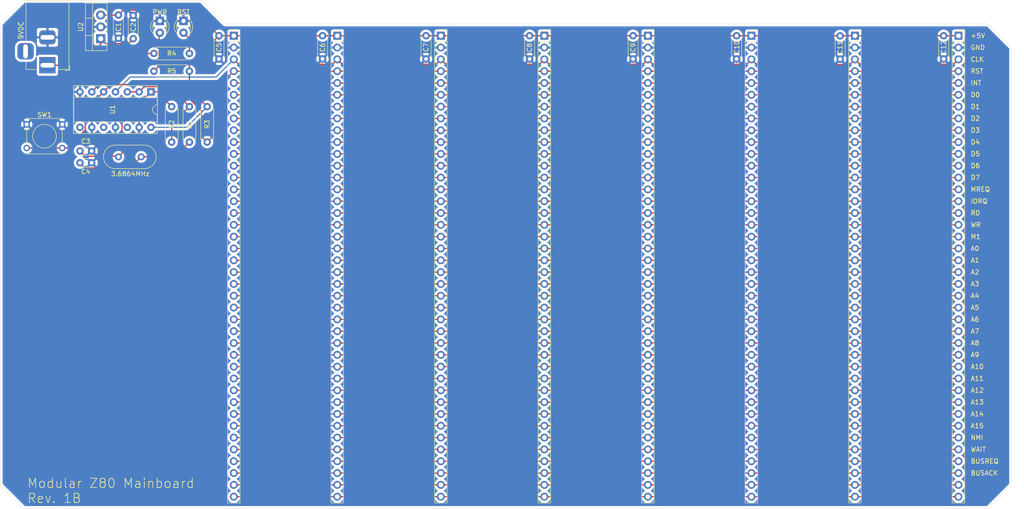
<source format=kicad_pcb>
(kicad_pcb (version 20171130) (host pcbnew 5.1.6-c6e7f7d~87~ubuntu18.04.1)
  (layers (0 F.Cu signal) (31 B.Cu signal) (35 F.Paste user) (37 F.SilkS user) (38 B.Mask user) (39 F.Mask user) (44 Edge.Cuts user))
  (net 0 "")
  (net 1 "Net-(C1-Pad1)")
  (net 2 "Net-(C3-Pad1)")
  (net 3 "Net-(C4-Pad1)")
  (net 4 "Net-(D1-Pad2)")
  (net 5 "Net-(D2-Pad2)")
  (net 6 "Net-(J1-Pad36)")
  (net 7 "Net-(J1-Pad35)")
  (net 8 "Net-(J1-Pad34)")
  (net 9 "Net-(J1-Pad33)")
  (net 10 "Net-(J1-Pad32)")
  (net 11 "Net-(J1-Pad31)")
  (net 12 "Net-(J1-Pad30)")
  (net 13 "Net-(J1-Pad29)")
  (net 14 "Net-(J1-Pad28)")
  (net 15 "Net-(J1-Pad27)")
  (net 16 "Net-(J1-Pad26)")
  (net 17 "Net-(J1-Pad25)")
  (net 18 "Net-(J1-Pad24)")
  (net 19 "Net-(J1-Pad23)")
  (net 20 "Net-(J1-Pad22)")
  (net 21 "Net-(J1-Pad21)")
  (net 22 "Net-(J1-Pad20)")
  (net 23 "Net-(J1-Pad19)")
  (net 24 "Net-(J1-Pad18)")
  (net 25 "Net-(J1-Pad17)")
  (net 26 "Net-(J1-Pad16)")
  (net 27 "Net-(J1-Pad15)")
  (net 28 "Net-(J1-Pad14)")
  (net 29 "Net-(J1-Pad13)")
  (net 30 "Net-(J1-Pad12)")
  (net 31 "Net-(J1-Pad11)")
  (net 32 "Net-(J1-Pad10)")
  (net 33 "Net-(J1-Pad9)")
  (net 34 "Net-(J1-Pad8)")
  (net 35 "Net-(J1-Pad7)")
  (net 36 "Net-(J1-Pad6)")
  (net 37 "Net-(J1-Pad5)")
  (net 38 "Net-(J1-Pad4)")
  (net 39 "Net-(J1-Pad3)")
  (net 40 "Net-(J2-Pad3)")
  (net 41 "Net-(R1-Pad1)")
  (net 42 "Net-(R4-Pad1)")
  (net 43 "Net-(U1-Pad12)")
  (net 44 "Net-(U1-Pad10)")
  (net 45 "Net-(U1-Pad8)")
  (net 46 "Net-(J1-Pad40)")
  (net 47 "Net-(J1-Pad39)")
  (net 48 "Net-(J1-Pad38)")
  (net 49 "Net-(J1-Pad37)")
  (net 50 /GND)
  (net 51 /+5V)
  (module Capacitor_THT:C_Disc_D4.3mm_W1.9mm_P5.00mm (layer F.Cu) (at 230.505 52.07 270)
    (fp_text reference C12 (at 2.487582 0.007509 90) (layer F.SilkS))
    (fp_text value 100n)
    (pad 2 thru_hole circle (at 5 0 270) (size 1.6 1.6) (drill 0.8) (layers *.Cu *.Mask) (net 50 /GND))
    (pad 1 thru_hole circle (at 0 0 270) (size 1.6 1.6) (drill 0.8) (layers *.Cu *.Mask) (net 51 /+5V))
  )
  (module Capacitor_THT:C_Disc_D4.3mm_W1.9mm_P5.00mm (layer F.Cu) (at 208.28 52.11 270)
    (fp_text reference C11 (at 2.5 0 90) (layer F.SilkS))
    (fp_text value 100n)
    (pad 2 thru_hole circle (at 5 0 270) (size 1.6 1.6) (drill 0.8) (layers *.Cu *.Mask) (net 50 /GND))
    (pad 1 thru_hole circle (at 0 0 270) (size 1.6 1.6) (drill 0.8) (layers *.Cu *.Mask) (net 51 /+5V))
  )
  (module Capacitor_THT:C_Disc_D4.3mm_W1.9mm_P5.00mm (layer F.Cu) (at 186.055 52.07 270)
    (fp_text reference C10 (at 2.477098 -0.050916 90) (layer F.SilkS))
    (fp_text value 100n)
    (pad 2 thru_hole circle (at 5 0 270) (size 1.6 1.6) (drill 0.8) (layers *.Cu *.Mask) (net 50 /GND))
    (pad 1 thru_hole circle (at 0 0 270) (size 1.6 1.6) (drill 0.8) (layers *.Cu *.Mask) (net 51 /+5V))
  )
  (module Capacitor_THT:C_Disc_D4.3mm_W1.9mm_P5.00mm (layer F.Cu) (at 163.83 52.07 270)
    (fp_text reference C9 (at 2.54 0 90) (layer F.SilkS))
    (fp_text value 100n)
    (pad 2 thru_hole circle (at 5 0 270) (size 1.6 1.6) (drill 0.8) (layers *.Cu *.Mask) (net 50 /GND))
    (pad 1 thru_hole circle (at 0 0 270) (size 1.6 1.6) (drill 0.8) (layers *.Cu *.Mask) (net 51 /+5V))
  )
  (module Capacitor_THT:C_Disc_D4.3mm_W1.9mm_P5.00mm (layer F.Cu) (at 141.605 52.07 270)
    (fp_text reference C8 (at 2.562464 0.016479 90) (layer F.SilkS))
    (fp_text value 100n)
    (pad 2 thru_hole circle (at 5 0 270) (size 1.6 1.6) (drill 0.8) (layers *.Cu *.Mask) (net 50 /GND))
    (pad 1 thru_hole circle (at 0 0 270) (size 1.6 1.6) (drill 0.8) (layers *.Cu *.Mask) (net 51 /+5V))
  )
  (module Capacitor_THT:C_Disc_D4.3mm_W1.9mm_P5.00mm (layer F.Cu) (at 119.38 52.07 270)
    (fp_text reference C7 (at 2.5 0 90) (layer F.SilkS))
    (fp_text value 100n)
    (pad 2 thru_hole circle (at 5 0 270) (size 1.6 1.6) (drill 0.8) (layers *.Cu *.Mask) (net 50 /GND))
    (pad 1 thru_hole circle (at 0 0 270) (size 1.6 1.6) (drill 0.8) (layers *.Cu *.Mask) (net 51 /+5V))
  )
  (module Capacitor_THT:C_Disc_D4.3mm_W1.9mm_P5.00mm (layer F.Cu) (at 97.155 52.07 270)
    (fp_text reference C6 (at 2.513042 -0.020971 90) (layer F.SilkS))
    (fp_text value 100n)
    (pad 2 thru_hole circle (at 5 0 270) (size 1.6 1.6) (drill 0.8) (layers *.Cu *.Mask) (net 50 /GND))
    (pad 1 thru_hole circle (at 0 0 270) (size 1.6 1.6) (drill 0.8) (layers *.Cu *.Mask) (net 51 /+5V))
  )
  (module Capacitor_THT:C_Disc_D4.3mm_W1.9mm_P5.00mm (layer F.Cu) (at 74.93 52.07 270)
    (fp_text reference C5 (at 2.5 0 90) (layer F.SilkS))
    (fp_text value 100n)
    (pad 2 thru_hole circle (at 5 0 270) (size 1.6 1.6) (drill 0.8) (layers *.Cu *.Mask) (net 50 /GND))
    (pad 1 thru_hole circle (at 0 0 270) (size 1.6 1.6) (drill 0.8) (layers *.Cu *.Mask) (net 51 /+5V))
  )
  (module Capacitor_THT:C_Disc_D4.3mm_W1.9mm_P5.00mm (layer F.Cu) (at 53.34 47.625 270)
    (fp_text reference C2 (at 2.608887 -3.195971 90) (layer F.SilkS))
    (fp_text value 100n)
    (pad 2 thru_hole circle (at 5 0 270) (size 1.6 1.6) (drill 0.8) (layers *.Cu *.Mask) (net 50 /GND))
    (pad 1 thru_hole circle (at 0 0 270) (size 1.6 1.6) (drill 0.8) (layers *.Cu *.Mask) (net 51 /+5V))
  )
  (module Capacitor_THT:C_Disc_D4.3mm_W1.9mm_P5.00mm (layer F.Cu) (at 56.515 52.705 90)
    (fp_text reference C1 (at 2.5 -3.175 90) (layer F.SilkS))
    (fp_text value 220n)
    (pad 2 thru_hole circle (at 5 0 90) (size 1.6 1.6) (drill 0.8) (layers *.Cu *.Mask) (net 50 /GND))
    (pad 1 thru_hole circle (at 0 0 90) (size 1.6 1.6) (drill 0.8) (layers *.Cu *.Mask) (net 1 "Net-(C1-Pad1)"))
  )
  (module Crystal:Crystal_HC49-U_Vertical (layer F.Cu) (at 53.34 78.105)
    (fp_text reference Y1 hide)
    (fp_text value "Crystal 3.6864MHz")
    (pad 2 thru_hole circle (at 4.88 0) (size 1.5 1.5) (drill 0.8) (layers *.Cu *.Mask) (net 3 "Net-(C4-Pad1)"))
    (pad 1 thru_hole circle (at 0 0) (size 1.5 1.5) (drill 0.8) (layers *.Cu *.Mask) (net 2 "Net-(C3-Pad1)"))
  )
  (module Resistor_THT:R_Axial_DIN0207_L6.3mm_D2.5mm_P7.62mm_Horizontal (layer F.Cu) (at 60.96 59.69)
    (fp_text reference R5 (at 3.81 0) (layer F.SilkS))
    (fp_text value 470)
    (pad 2 thru_hole oval (at 7.62 0) (size 1.6 1.6) (drill 0.8) (layers *.Cu *.Mask) (net 51 /+5V))
    (pad 1 thru_hole circle (at 0 0) (size 1.6 1.6) (drill 0.8) (layers *.Cu *.Mask) (net 5 "Net-(D2-Pad2)"))
  )
  (module Resistor_THT:R_Axial_DIN0207_L6.3mm_D2.5mm_P7.62mm_Horizontal (layer F.Cu) (at 60.96 55.88)
    (fp_text reference R4 (at 3.81 0) (layer F.SilkS))
    (fp_text value 470)
    (pad 2 thru_hole oval (at 7.62 0) (size 1.6 1.6) (drill 0.8) (layers *.Cu *.Mask) (net 4 "Net-(D1-Pad2)"))
    (pad 1 thru_hole circle (at 0 0) (size 1.6 1.6) (drill 0.8) (layers *.Cu *.Mask) (net 42 "Net-(R4-Pad1)"))
  )
  (module Resistor_THT:R_Axial_DIN0207_L6.3mm_D2.5mm_P7.62mm_Horizontal (layer F.Cu) (at 72.39 67.31 270)
    (fp_text reference R3 (at 3.81 0 90) (layer F.SilkS))
    (fp_text value 10k)
    (pad 2 thru_hole oval (at 7.62 0 270) (size 1.6 1.6) (drill 0.8) (layers *.Cu *.Mask) (net 38 "Net-(J1-Pad4)"))
    (pad 1 thru_hole circle (at 0 0 270) (size 1.6 1.6) (drill 0.8) (layers *.Cu *.Mask) (net 51 /+5V))
  )
  (module Resistor_THT:R_Axial_DIN0207_L6.3mm_D2.5mm_P7.62mm_Horizontal (layer F.Cu) (at 64.77 74.93 90)
    (fp_text reference R2 (at 3.81 0 90) (layer F.SilkS))
    (fp_text value 1M)
    (pad 2 thru_hole oval (at 7.62 0 90) (size 1.6 1.6) (drill 0.8) (layers *.Cu *.Mask) (net 2 "Net-(C3-Pad1)"))
    (pad 1 thru_hole circle (at 0 0 90) (size 1.6 1.6) (drill 0.8) (layers *.Cu *.Mask) (net 41 "Net-(R1-Pad1)"))
  )
  (module Resistor_THT:R_Axial_DIN0207_L6.3mm_D2.5mm_P7.62mm_Horizontal (layer F.Cu) (at 68.58 67.31 270)
    (fp_text reference R1 (at 3.81 0 90) (layer F.SilkS))
    (fp_text value 1k)
    (pad 2 thru_hole oval (at 7.62 0 270) (size 1.6 1.6) (drill 0.8) (layers *.Cu *.Mask) (net 3 "Net-(C4-Pad1)"))
    (pad 1 thru_hole circle (at 0 0 270) (size 1.6 1.6) (drill 0.8) (layers *.Cu *.Mask) (net 41 "Net-(R1-Pad1)"))
  )
  (module Package_TO_SOT_THT:TO-220-3_Vertical (layer F.Cu) (at 49.53 52.705 90)
    (fp_text reference U2 (at 2.54 -4.27 90) (layer F.SilkS))
    (fp_text value LM7805_TO220)
    (pad 3 thru_hole oval (at 5.08 0 90) (size 1.905 2) (drill 1.1) (layers *.Cu *.Mask) (net 51 /+5V))
    (pad 2 thru_hole oval (at 2.54 0 90) (size 1.905 2) (drill 1.1) (layers *.Cu *.Mask) (net 50 /GND))
    (pad 1 thru_hole rect (at 0 0 90) (size 1.905 2) (drill 1.1) (layers *.Cu *.Mask) (net 1 "Net-(C1-Pad1)"))
  )
  (module Package_DIP:DIP-14_W7.62mm_Socket (layer F.Cu) (at 60.325 64.135 270)
    (fp_text reference U1 (at 3.81 8.255 90) (layer F.SilkS))
    (fp_text value 74HC04)
    (pad 14 thru_hole oval (at 7.62 0 270) (size 1.6 1.6) (drill 0.8) (layers *.Cu *.Mask) (net 51 /+5V))
    (pad 7 thru_hole oval (at 0 15.24 270) (size 1.6 1.6) (drill 0.8) (layers *.Cu *.Mask) (net 50 /GND))
    (pad 13 thru_hole oval (at 7.62 2.54 270) (size 1.6 1.6) (drill 0.8) (layers *.Cu *.Mask) (net 50 /GND))
    (pad 6 thru_hole oval (at 0 12.7 270) (size 1.6 1.6) (drill 0.8) (layers *.Cu *.Mask) (net 42 "Net-(R4-Pad1)"))
    (pad 12 thru_hole oval (at 7.62 5.08 270) (size 1.6 1.6) (drill 0.8) (layers *.Cu *.Mask) (net 43 "Net-(U1-Pad12)"))
    (pad 5 thru_hole oval (at 0 10.16 270) (size 1.6 1.6) (drill 0.8) (layers *.Cu *.Mask) (net 38 "Net-(J1-Pad4)"))
    (pad 11 thru_hole oval (at 7.62 7.62 270) (size 1.6 1.6) (drill 0.8) (layers *.Cu *.Mask) (net 50 /GND))
    (pad 4 thru_hole oval (at 0 7.62 270) (size 1.6 1.6) (drill 0.8) (layers *.Cu *.Mask) (net 39 "Net-(J1-Pad3)"))
    (pad 10 thru_hole oval (at 7.62 10.16 270) (size 1.6 1.6) (drill 0.8) (layers *.Cu *.Mask) (net 44 "Net-(U1-Pad10)"))
    (pad 3 thru_hole oval (at 0 5.08 270) (size 1.6 1.6) (drill 0.8) (layers *.Cu *.Mask) (net 41 "Net-(R1-Pad1)"))
    (pad 9 thru_hole oval (at 7.62 12.7 270) (size 1.6 1.6) (drill 0.8) (layers *.Cu *.Mask) (net 50 /GND))
    (pad 2 thru_hole oval (at 0 2.54 270) (size 1.6 1.6) (drill 0.8) (layers *.Cu *.Mask) (net 41 "Net-(R1-Pad1)"))
    (pad 8 thru_hole oval (at 7.62 15.24 270) (size 1.6 1.6) (drill 0.8) (layers *.Cu *.Mask) (net 45 "Net-(U1-Pad8)"))
    (pad 1 thru_hole rect (at 0 0 270) (size 1.6 1.6) (drill 0.8) (layers *.Cu *.Mask) (net 2 "Net-(C3-Pad1)"))
  )
  (module Button_Switch_THT:SW_Tactile_Straight_KSA0Axx1LFTR (layer F.Cu) (at 33.655 71.12)
    (fp_text reference SW1 (at 3.81 -2.08) (layer F.SilkS))
    (fp_text value SW_DIP_x01)
    (pad 2 thru_hole circle (at 0 5.08) (size 1.397 1.397) (drill 0.8128) (layers *.Cu *.Mask) (net 38 "Net-(J1-Pad4)"))
    (pad 1 thru_hole circle (at 0 0) (size 1.397 1.397) (drill 0.8128) (layers *.Cu *.Mask) (net 50 /GND))
    (pad 2 thru_hole circle (at 7.62 5.08) (size 1.397 1.397) (drill 0.8128) (layers *.Cu *.Mask) (net 38 "Net-(J1-Pad4)"))
    (pad 1 thru_hole circle (at 7.62 0) (size 1.397 1.397) (drill 0.8128) (layers *.Cu *.Mask) (net 50 /GND))
  )
  (module Connector_PinSocket_2.54mm:PinSocket_1x40_P2.54mm_Vertical (layer F.Cu) (at 233.68 52.07)
    (fp_text reference J9 hide)
    (fp_text value Conn_01x40_Female)
    (pad 40 thru_hole oval (at 0 99.06) (size 1.7 1.7) (drill 1) (layers *.Cu *.Mask) (net 46 "Net-(J1-Pad40)"))
    (pad 39 thru_hole oval (at 0 96.52) (size 1.7 1.7) (drill 1) (layers *.Cu *.Mask) (net 47 "Net-(J1-Pad39)"))
    (pad 38 thru_hole oval (at 0 93.98) (size 1.7 1.7) (drill 1) (layers *.Cu *.Mask) (net 48 "Net-(J1-Pad38)"))
    (pad 37 thru_hole oval (at 0 91.44) (size 1.7 1.7) (drill 1) (layers *.Cu *.Mask) (net 49 "Net-(J1-Pad37)"))
    (pad 36 thru_hole oval (at 0 88.9) (size 1.7 1.7) (drill 1) (layers *.Cu *.Mask) (net 6 "Net-(J1-Pad36)"))
    (pad 35 thru_hole oval (at 0 86.36) (size 1.7 1.7) (drill 1) (layers *.Cu *.Mask) (net 7 "Net-(J1-Pad35)"))
    (pad 34 thru_hole oval (at 0 83.82) (size 1.7 1.7) (drill 1) (layers *.Cu *.Mask) (net 8 "Net-(J1-Pad34)"))
    (pad 33 thru_hole oval (at 0 81.28) (size 1.7 1.7) (drill 1) (layers *.Cu *.Mask) (net 9 "Net-(J1-Pad33)"))
    (pad 32 thru_hole oval (at 0 78.74) (size 1.7 1.7) (drill 1) (layers *.Cu *.Mask) (net 10 "Net-(J1-Pad32)"))
    (pad 31 thru_hole oval (at 0 76.2) (size 1.7 1.7) (drill 1) (layers *.Cu *.Mask) (net 11 "Net-(J1-Pad31)"))
    (pad 30 thru_hole oval (at 0 73.66) (size 1.7 1.7) (drill 1) (layers *.Cu *.Mask) (net 12 "Net-(J1-Pad30)"))
    (pad 29 thru_hole oval (at 0 71.12) (size 1.7 1.7) (drill 1) (layers *.Cu *.Mask) (net 13 "Net-(J1-Pad29)"))
    (pad 28 thru_hole oval (at 0 68.58) (size 1.7 1.7) (drill 1) (layers *.Cu *.Mask) (net 14 "Net-(J1-Pad28)"))
    (pad 27 thru_hole oval (at 0 66.04) (size 1.7 1.7) (drill 1) (layers *.Cu *.Mask) (net 15 "Net-(J1-Pad27)"))
    (pad 26 thru_hole oval (at 0 63.5) (size 1.7 1.7) (drill 1) (layers *.Cu *.Mask) (net 16 "Net-(J1-Pad26)"))
    (pad 25 thru_hole oval (at 0 60.96) (size 1.7 1.7) (drill 1) (layers *.Cu *.Mask) (net 17 "Net-(J1-Pad25)"))
    (pad 24 thru_hole oval (at 0 58.42) (size 1.7 1.7) (drill 1) (layers *.Cu *.Mask) (net 18 "Net-(J1-Pad24)"))
    (pad 23 thru_hole oval (at 0 55.88) (size 1.7 1.7) (drill 1) (layers *.Cu *.Mask) (net 19 "Net-(J1-Pad23)"))
    (pad 22 thru_hole oval (at 0 53.34) (size 1.7 1.7) (drill 1) (layers *.Cu *.Mask) (net 20 "Net-(J1-Pad22)"))
    (pad 21 thru_hole oval (at 0 50.8) (size 1.7 1.7) (drill 1) (layers *.Cu *.Mask) (net 21 "Net-(J1-Pad21)"))
    (pad 20 thru_hole oval (at 0 48.26) (size 1.7 1.7) (drill 1) (layers *.Cu *.Mask) (net 22 "Net-(J1-Pad20)"))
    (pad 19 thru_hole oval (at 0 45.72) (size 1.7 1.7) (drill 1) (layers *.Cu *.Mask) (net 23 "Net-(J1-Pad19)"))
    (pad 18 thru_hole oval (at 0 43.18) (size 1.7 1.7) (drill 1) (layers *.Cu *.Mask) (net 24 "Net-(J1-Pad18)"))
    (pad 17 thru_hole oval (at 0 40.64) (size 1.7 1.7) (drill 1) (layers *.Cu *.Mask) (net 25 "Net-(J1-Pad17)"))
    (pad 16 thru_hole oval (at 0 38.1) (size 1.7 1.7) (drill 1) (layers *.Cu *.Mask) (net 26 "Net-(J1-Pad16)"))
    (pad 15 thru_hole oval (at 0 35.56) (size 1.7 1.7) (drill 1) (layers *.Cu *.Mask) (net 27 "Net-(J1-Pad15)"))
    (pad 14 thru_hole oval (at 0 33.02) (size 1.7 1.7) (drill 1) (layers *.Cu *.Mask) (net 28 "Net-(J1-Pad14)"))
    (pad 13 thru_hole oval (at 0 30.48) (size 1.7 1.7) (drill 1) (layers *.Cu *.Mask) (net 29 "Net-(J1-Pad13)"))
    (pad 12 thru_hole oval (at 0 27.94) (size 1.7 1.7) (drill 1) (layers *.Cu *.Mask) (net 30 "Net-(J1-Pad12)"))
    (pad 11 thru_hole oval (at 0 25.4) (size 1.7 1.7) (drill 1) (layers *.Cu *.Mask) (net 31 "Net-(J1-Pad11)"))
    (pad 10 thru_hole oval (at 0 22.86) (size 1.7 1.7) (drill 1) (layers *.Cu *.Mask) (net 32 "Net-(J1-Pad10)"))
    (pad 9 thru_hole oval (at 0 20.32) (size 1.7 1.7) (drill 1) (layers *.Cu *.Mask) (net 33 "Net-(J1-Pad9)"))
    (pad 8 thru_hole oval (at 0 17.78) (size 1.7 1.7) (drill 1) (layers *.Cu *.Mask) (net 34 "Net-(J1-Pad8)"))
    (pad 7 thru_hole oval (at 0 15.24) (size 1.7 1.7) (drill 1) (layers *.Cu *.Mask) (net 35 "Net-(J1-Pad7)"))
    (pad 6 thru_hole oval (at 0 12.7) (size 1.7 1.7) (drill 1) (layers *.Cu *.Mask) (net 36 "Net-(J1-Pad6)"))
    (pad 5 thru_hole oval (at 0 10.16) (size 1.7 1.7) (drill 1) (layers *.Cu *.Mask) (net 37 "Net-(J1-Pad5)"))
    (pad 4 thru_hole oval (at 0 7.62) (size 1.7 1.7) (drill 1) (layers *.Cu *.Mask) (net 38 "Net-(J1-Pad4)"))
    (pad 3 thru_hole oval (at 0 5.08) (size 1.7 1.7) (drill 1) (layers *.Cu *.Mask) (net 39 "Net-(J1-Pad3)"))
    (pad 2 thru_hole oval (at 0 2.54) (size 1.7 1.7) (drill 1) (layers *.Cu *.Mask) (net 50 /GND))
    (pad 1 thru_hole rect (at 0 0) (size 1.7 1.7) (drill 1) (layers *.Cu *.Mask) (net 51 /+5V))
  )
  (module Connector_PinSocket_2.54mm:PinSocket_1x40_P2.54mm_Vertical (layer F.Cu) (at 211.455 52.07)
    (fp_text reference J8 hide)
    (fp_text value Conn_01x40_Female)
    (pad 40 thru_hole oval (at 0 99.06) (size 1.7 1.7) (drill 1) (layers *.Cu *.Mask) (net 46 "Net-(J1-Pad40)"))
    (pad 39 thru_hole oval (at 0 96.52) (size 1.7 1.7) (drill 1) (layers *.Cu *.Mask) (net 47 "Net-(J1-Pad39)"))
    (pad 38 thru_hole oval (at 0 93.98) (size 1.7 1.7) (drill 1) (layers *.Cu *.Mask) (net 48 "Net-(J1-Pad38)"))
    (pad 37 thru_hole oval (at 0 91.44) (size 1.7 1.7) (drill 1) (layers *.Cu *.Mask) (net 49 "Net-(J1-Pad37)"))
    (pad 36 thru_hole oval (at 0 88.9) (size 1.7 1.7) (drill 1) (layers *.Cu *.Mask) (net 6 "Net-(J1-Pad36)"))
    (pad 35 thru_hole oval (at 0 86.36) (size 1.7 1.7) (drill 1) (layers *.Cu *.Mask) (net 7 "Net-(J1-Pad35)"))
    (pad 34 thru_hole oval (at 0 83.82) (size 1.7 1.7) (drill 1) (layers *.Cu *.Mask) (net 8 "Net-(J1-Pad34)"))
    (pad 33 thru_hole oval (at 0 81.28) (size 1.7 1.7) (drill 1) (layers *.Cu *.Mask) (net 9 "Net-(J1-Pad33)"))
    (pad 32 thru_hole oval (at 0 78.74) (size 1.7 1.7) (drill 1) (layers *.Cu *.Mask) (net 10 "Net-(J1-Pad32)"))
    (pad 31 thru_hole oval (at 0 76.2) (size 1.7 1.7) (drill 1) (layers *.Cu *.Mask) (net 11 "Net-(J1-Pad31)"))
    (pad 30 thru_hole oval (at 0 73.66) (size 1.7 1.7) (drill 1) (layers *.Cu *.Mask) (net 12 "Net-(J1-Pad30)"))
    (pad 29 thru_hole oval (at 0 71.12) (size 1.7 1.7) (drill 1) (layers *.Cu *.Mask) (net 13 "Net-(J1-Pad29)"))
    (pad 28 thru_hole oval (at 0 68.58) (size 1.7 1.7) (drill 1) (layers *.Cu *.Mask) (net 14 "Net-(J1-Pad28)"))
    (pad 27 thru_hole oval (at 0 66.04) (size 1.7 1.7) (drill 1) (layers *.Cu *.Mask) (net 15 "Net-(J1-Pad27)"))
    (pad 26 thru_hole oval (at 0 63.5) (size 1.7 1.7) (drill 1) (layers *.Cu *.Mask) (net 16 "Net-(J1-Pad26)"))
    (pad 25 thru_hole oval (at 0 60.96) (size 1.7 1.7) (drill 1) (layers *.Cu *.Mask) (net 17 "Net-(J1-Pad25)"))
    (pad 24 thru_hole oval (at 0 58.42) (size 1.7 1.7) (drill 1) (layers *.Cu *.Mask) (net 18 "Net-(J1-Pad24)"))
    (pad 23 thru_hole oval (at 0 55.88) (size 1.7 1.7) (drill 1) (layers *.Cu *.Mask) (net 19 "Net-(J1-Pad23)"))
    (pad 22 thru_hole oval (at 0 53.34) (size 1.7 1.7) (drill 1) (layers *.Cu *.Mask) (net 20 "Net-(J1-Pad22)"))
    (pad 21 thru_hole oval (at 0 50.8) (size 1.7 1.7) (drill 1) (layers *.Cu *.Mask) (net 21 "Net-(J1-Pad21)"))
    (pad 20 thru_hole oval (at 0 48.26) (size 1.7 1.7) (drill 1) (layers *.Cu *.Mask) (net 22 "Net-(J1-Pad20)"))
    (pad 19 thru_hole oval (at 0 45.72) (size 1.7 1.7) (drill 1) (layers *.Cu *.Mask) (net 23 "Net-(J1-Pad19)"))
    (pad 18 thru_hole oval (at 0 43.18) (size 1.7 1.7) (drill 1) (layers *.Cu *.Mask) (net 24 "Net-(J1-Pad18)"))
    (pad 17 thru_hole oval (at 0 40.64) (size 1.7 1.7) (drill 1) (layers *.Cu *.Mask) (net 25 "Net-(J1-Pad17)"))
    (pad 16 thru_hole oval (at 0 38.1) (size 1.7 1.7) (drill 1) (layers *.Cu *.Mask) (net 26 "Net-(J1-Pad16)"))
    (pad 15 thru_hole oval (at 0 35.56) (size 1.7 1.7) (drill 1) (layers *.Cu *.Mask) (net 27 "Net-(J1-Pad15)"))
    (pad 14 thru_hole oval (at 0 33.02) (size 1.7 1.7) (drill 1) (layers *.Cu *.Mask) (net 28 "Net-(J1-Pad14)"))
    (pad 13 thru_hole oval (at 0 30.48) (size 1.7 1.7) (drill 1) (layers *.Cu *.Mask) (net 29 "Net-(J1-Pad13)"))
    (pad 12 thru_hole oval (at 0 27.94) (size 1.7 1.7) (drill 1) (layers *.Cu *.Mask) (net 30 "Net-(J1-Pad12)"))
    (pad 11 thru_hole oval (at 0 25.4) (size 1.7 1.7) (drill 1) (layers *.Cu *.Mask) (net 31 "Net-(J1-Pad11)"))
    (pad 10 thru_hole oval (at 0 22.86) (size 1.7 1.7) (drill 1) (layers *.Cu *.Mask) (net 32 "Net-(J1-Pad10)"))
    (pad 9 thru_hole oval (at 0 20.32) (size 1.7 1.7) (drill 1) (layers *.Cu *.Mask) (net 33 "Net-(J1-Pad9)"))
    (pad 8 thru_hole oval (at 0 17.78) (size 1.7 1.7) (drill 1) (layers *.Cu *.Mask) (net 34 "Net-(J1-Pad8)"))
    (pad 7 thru_hole oval (at 0 15.24) (size 1.7 1.7) (drill 1) (layers *.Cu *.Mask) (net 35 "Net-(J1-Pad7)"))
    (pad 6 thru_hole oval (at 0 12.7) (size 1.7 1.7) (drill 1) (layers *.Cu *.Mask) (net 36 "Net-(J1-Pad6)"))
    (pad 5 thru_hole oval (at 0 10.16) (size 1.7 1.7) (drill 1) (layers *.Cu *.Mask) (net 37 "Net-(J1-Pad5)"))
    (pad 4 thru_hole oval (at 0 7.62) (size 1.7 1.7) (drill 1) (layers *.Cu *.Mask) (net 38 "Net-(J1-Pad4)"))
    (pad 3 thru_hole oval (at 0 5.08) (size 1.7 1.7) (drill 1) (layers *.Cu *.Mask) (net 39 "Net-(J1-Pad3)"))
    (pad 2 thru_hole oval (at 0 2.54) (size 1.7 1.7) (drill 1) (layers *.Cu *.Mask) (net 50 /GND))
    (pad 1 thru_hole rect (at 0 0) (size 1.7 1.7) (drill 1) (layers *.Cu *.Mask) (net 51 /+5V))
  )
  (module Connector_PinSocket_2.54mm:PinSocket_1x40_P2.54mm_Vertical (layer F.Cu) (at 189.23 52.07)
    (fp_text reference J7 hide)
    (fp_text value Conn_01x40_Female)
    (pad 40 thru_hole oval (at 0 99.06) (size 1.7 1.7) (drill 1) (layers *.Cu *.Mask) (net 46 "Net-(J1-Pad40)"))
    (pad 39 thru_hole oval (at 0 96.52) (size 1.7 1.7) (drill 1) (layers *.Cu *.Mask) (net 47 "Net-(J1-Pad39)"))
    (pad 38 thru_hole oval (at 0 93.98) (size 1.7 1.7) (drill 1) (layers *.Cu *.Mask) (net 48 "Net-(J1-Pad38)"))
    (pad 37 thru_hole oval (at 0 91.44) (size 1.7 1.7) (drill 1) (layers *.Cu *.Mask) (net 49 "Net-(J1-Pad37)"))
    (pad 36 thru_hole oval (at 0 88.9) (size 1.7 1.7) (drill 1) (layers *.Cu *.Mask) (net 6 "Net-(J1-Pad36)"))
    (pad 35 thru_hole oval (at 0 86.36) (size 1.7 1.7) (drill 1) (layers *.Cu *.Mask) (net 7 "Net-(J1-Pad35)"))
    (pad 34 thru_hole oval (at 0 83.82) (size 1.7 1.7) (drill 1) (layers *.Cu *.Mask) (net 8 "Net-(J1-Pad34)"))
    (pad 33 thru_hole oval (at 0 81.28) (size 1.7 1.7) (drill 1) (layers *.Cu *.Mask) (net 9 "Net-(J1-Pad33)"))
    (pad 32 thru_hole oval (at 0 78.74) (size 1.7 1.7) (drill 1) (layers *.Cu *.Mask) (net 10 "Net-(J1-Pad32)"))
    (pad 31 thru_hole oval (at 0 76.2) (size 1.7 1.7) (drill 1) (layers *.Cu *.Mask) (net 11 "Net-(J1-Pad31)"))
    (pad 30 thru_hole oval (at 0 73.66) (size 1.7 1.7) (drill 1) (layers *.Cu *.Mask) (net 12 "Net-(J1-Pad30)"))
    (pad 29 thru_hole oval (at 0 71.12) (size 1.7 1.7) (drill 1) (layers *.Cu *.Mask) (net 13 "Net-(J1-Pad29)"))
    (pad 28 thru_hole oval (at 0 68.58) (size 1.7 1.7) (drill 1) (layers *.Cu *.Mask) (net 14 "Net-(J1-Pad28)"))
    (pad 27 thru_hole oval (at 0 66.04) (size 1.7 1.7) (drill 1) (layers *.Cu *.Mask) (net 15 "Net-(J1-Pad27)"))
    (pad 26 thru_hole oval (at 0 63.5) (size 1.7 1.7) (drill 1) (layers *.Cu *.Mask) (net 16 "Net-(J1-Pad26)"))
    (pad 25 thru_hole oval (at 0 60.96) (size 1.7 1.7) (drill 1) (layers *.Cu *.Mask) (net 17 "Net-(J1-Pad25)"))
    (pad 24 thru_hole oval (at 0 58.42) (size 1.7 1.7) (drill 1) (layers *.Cu *.Mask) (net 18 "Net-(J1-Pad24)"))
    (pad 23 thru_hole oval (at 0 55.88) (size 1.7 1.7) (drill 1) (layers *.Cu *.Mask) (net 19 "Net-(J1-Pad23)"))
    (pad 22 thru_hole oval (at 0 53.34) (size 1.7 1.7) (drill 1) (layers *.Cu *.Mask) (net 20 "Net-(J1-Pad22)"))
    (pad 21 thru_hole oval (at 0 50.8) (size 1.7 1.7) (drill 1) (layers *.Cu *.Mask) (net 21 "Net-(J1-Pad21)"))
    (pad 20 thru_hole oval (at 0 48.26) (size 1.7 1.7) (drill 1) (layers *.Cu *.Mask) (net 22 "Net-(J1-Pad20)"))
    (pad 19 thru_hole oval (at 0 45.72) (size 1.7 1.7) (drill 1) (layers *.Cu *.Mask) (net 23 "Net-(J1-Pad19)"))
    (pad 18 thru_hole oval (at 0 43.18) (size 1.7 1.7) (drill 1) (layers *.Cu *.Mask) (net 24 "Net-(J1-Pad18)"))
    (pad 17 thru_hole oval (at 0 40.64) (size 1.7 1.7) (drill 1) (layers *.Cu *.Mask) (net 25 "Net-(J1-Pad17)"))
    (pad 16 thru_hole oval (at 0 38.1) (size 1.7 1.7) (drill 1) (layers *.Cu *.Mask) (net 26 "Net-(J1-Pad16)"))
    (pad 15 thru_hole oval (at 0 35.56) (size 1.7 1.7) (drill 1) (layers *.Cu *.Mask) (net 27 "Net-(J1-Pad15)"))
    (pad 14 thru_hole oval (at 0 33.02) (size 1.7 1.7) (drill 1) (layers *.Cu *.Mask) (net 28 "Net-(J1-Pad14)"))
    (pad 13 thru_hole oval (at 0 30.48) (size 1.7 1.7) (drill 1) (layers *.Cu *.Mask) (net 29 "Net-(J1-Pad13)"))
    (pad 12 thru_hole oval (at 0 27.94) (size 1.7 1.7) (drill 1) (layers *.Cu *.Mask) (net 30 "Net-(J1-Pad12)"))
    (pad 11 thru_hole oval (at 0 25.4) (size 1.7 1.7) (drill 1) (layers *.Cu *.Mask) (net 31 "Net-(J1-Pad11)"))
    (pad 10 thru_hole oval (at 0 22.86) (size 1.7 1.7) (drill 1) (layers *.Cu *.Mask) (net 32 "Net-(J1-Pad10)"))
    (pad 9 thru_hole oval (at 0 20.32) (size 1.7 1.7) (drill 1) (layers *.Cu *.Mask) (net 33 "Net-(J1-Pad9)"))
    (pad 8 thru_hole oval (at 0 17.78) (size 1.7 1.7) (drill 1) (layers *.Cu *.Mask) (net 34 "Net-(J1-Pad8)"))
    (pad 7 thru_hole oval (at 0 15.24) (size 1.7 1.7) (drill 1) (layers *.Cu *.Mask) (net 35 "Net-(J1-Pad7)"))
    (pad 6 thru_hole oval (at 0 12.7) (size 1.7 1.7) (drill 1) (layers *.Cu *.Mask) (net 36 "Net-(J1-Pad6)"))
    (pad 5 thru_hole oval (at 0 10.16) (size 1.7 1.7) (drill 1) (layers *.Cu *.Mask) (net 37 "Net-(J1-Pad5)"))
    (pad 4 thru_hole oval (at 0 7.62) (size 1.7 1.7) (drill 1) (layers *.Cu *.Mask) (net 38 "Net-(J1-Pad4)"))
    (pad 3 thru_hole oval (at 0 5.08) (size 1.7 1.7) (drill 1) (layers *.Cu *.Mask) (net 39 "Net-(J1-Pad3)"))
    (pad 2 thru_hole oval (at 0 2.54) (size 1.7 1.7) (drill 1) (layers *.Cu *.Mask) (net 50 /GND))
    (pad 1 thru_hole rect (at 0 0) (size 1.7 1.7) (drill 1) (layers *.Cu *.Mask) (net 51 /+5V))
  )
  (module Connector_PinSocket_2.54mm:PinSocket_1x40_P2.54mm_Vertical (layer F.Cu) (at 167.005 52.07)
    (fp_text reference J6 hide)
    (fp_text value Conn_01x40_Female)
    (pad 40 thru_hole oval (at 0 99.06) (size 1.7 1.7) (drill 1) (layers *.Cu *.Mask) (net 46 "Net-(J1-Pad40)"))
    (pad 39 thru_hole oval (at 0 96.52) (size 1.7 1.7) (drill 1) (layers *.Cu *.Mask) (net 47 "Net-(J1-Pad39)"))
    (pad 38 thru_hole oval (at 0 93.98) (size 1.7 1.7) (drill 1) (layers *.Cu *.Mask) (net 48 "Net-(J1-Pad38)"))
    (pad 37 thru_hole oval (at 0 91.44) (size 1.7 1.7) (drill 1) (layers *.Cu *.Mask) (net 49 "Net-(J1-Pad37)"))
    (pad 36 thru_hole oval (at 0 88.9) (size 1.7 1.7) (drill 1) (layers *.Cu *.Mask) (net 6 "Net-(J1-Pad36)"))
    (pad 35 thru_hole oval (at 0 86.36) (size 1.7 1.7) (drill 1) (layers *.Cu *.Mask) (net 7 "Net-(J1-Pad35)"))
    (pad 34 thru_hole oval (at 0 83.82) (size 1.7 1.7) (drill 1) (layers *.Cu *.Mask) (net 8 "Net-(J1-Pad34)"))
    (pad 33 thru_hole oval (at 0 81.28) (size 1.7 1.7) (drill 1) (layers *.Cu *.Mask) (net 9 "Net-(J1-Pad33)"))
    (pad 32 thru_hole oval (at 0 78.74) (size 1.7 1.7) (drill 1) (layers *.Cu *.Mask) (net 10 "Net-(J1-Pad32)"))
    (pad 31 thru_hole oval (at 0 76.2) (size 1.7 1.7) (drill 1) (layers *.Cu *.Mask) (net 11 "Net-(J1-Pad31)"))
    (pad 30 thru_hole oval (at 0 73.66) (size 1.7 1.7) (drill 1) (layers *.Cu *.Mask) (net 12 "Net-(J1-Pad30)"))
    (pad 29 thru_hole oval (at 0 71.12) (size 1.7 1.7) (drill 1) (layers *.Cu *.Mask) (net 13 "Net-(J1-Pad29)"))
    (pad 28 thru_hole oval (at 0 68.58) (size 1.7 1.7) (drill 1) (layers *.Cu *.Mask) (net 14 "Net-(J1-Pad28)"))
    (pad 27 thru_hole oval (at 0 66.04) (size 1.7 1.7) (drill 1) (layers *.Cu *.Mask) (net 15 "Net-(J1-Pad27)"))
    (pad 26 thru_hole oval (at 0 63.5) (size 1.7 1.7) (drill 1) (layers *.Cu *.Mask) (net 16 "Net-(J1-Pad26)"))
    (pad 25 thru_hole oval (at 0 60.96) (size 1.7 1.7) (drill 1) (layers *.Cu *.Mask) (net 17 "Net-(J1-Pad25)"))
    (pad 24 thru_hole oval (at 0 58.42) (size 1.7 1.7) (drill 1) (layers *.Cu *.Mask) (net 18 "Net-(J1-Pad24)"))
    (pad 23 thru_hole oval (at 0 55.88) (size 1.7 1.7) (drill 1) (layers *.Cu *.Mask) (net 19 "Net-(J1-Pad23)"))
    (pad 22 thru_hole oval (at 0 53.34) (size 1.7 1.7) (drill 1) (layers *.Cu *.Mask) (net 20 "Net-(J1-Pad22)"))
    (pad 21 thru_hole oval (at 0 50.8) (size 1.7 1.7) (drill 1) (layers *.Cu *.Mask) (net 21 "Net-(J1-Pad21)"))
    (pad 20 thru_hole oval (at 0 48.26) (size 1.7 1.7) (drill 1) (layers *.Cu *.Mask) (net 22 "Net-(J1-Pad20)"))
    (pad 19 thru_hole oval (at 0 45.72) (size 1.7 1.7) (drill 1) (layers *.Cu *.Mask) (net 23 "Net-(J1-Pad19)"))
    (pad 18 thru_hole oval (at 0 43.18) (size 1.7 1.7) (drill 1) (layers *.Cu *.Mask) (net 24 "Net-(J1-Pad18)"))
    (pad 17 thru_hole oval (at 0 40.64) (size 1.7 1.7) (drill 1) (layers *.Cu *.Mask) (net 25 "Net-(J1-Pad17)"))
    (pad 16 thru_hole oval (at 0 38.1) (size 1.7 1.7) (drill 1) (layers *.Cu *.Mask) (net 26 "Net-(J1-Pad16)"))
    (pad 15 thru_hole oval (at 0 35.56) (size 1.7 1.7) (drill 1) (layers *.Cu *.Mask) (net 27 "Net-(J1-Pad15)"))
    (pad 14 thru_hole oval (at 0 33.02) (size 1.7 1.7) (drill 1) (layers *.Cu *.Mask) (net 28 "Net-(J1-Pad14)"))
    (pad 13 thru_hole oval (at 0 30.48) (size 1.7 1.7) (drill 1) (layers *.Cu *.Mask) (net 29 "Net-(J1-Pad13)"))
    (pad 12 thru_hole oval (at 0 27.94) (size 1.7 1.7) (drill 1) (layers *.Cu *.Mask) (net 30 "Net-(J1-Pad12)"))
    (pad 11 thru_hole oval (at 0 25.4) (size 1.7 1.7) (drill 1) (layers *.Cu *.Mask) (net 31 "Net-(J1-Pad11)"))
    (pad 10 thru_hole oval (at 0 22.86) (size 1.7 1.7) (drill 1) (layers *.Cu *.Mask) (net 32 "Net-(J1-Pad10)"))
    (pad 9 thru_hole oval (at 0 20.32) (size 1.7 1.7) (drill 1) (layers *.Cu *.Mask) (net 33 "Net-(J1-Pad9)"))
    (pad 8 thru_hole oval (at 0 17.78) (size 1.7 1.7) (drill 1) (layers *.Cu *.Mask) (net 34 "Net-(J1-Pad8)"))
    (pad 7 thru_hole oval (at 0 15.24) (size 1.7 1.7) (drill 1) (layers *.Cu *.Mask) (net 35 "Net-(J1-Pad7)"))
    (pad 6 thru_hole oval (at 0 12.7) (size 1.7 1.7) (drill 1) (layers *.Cu *.Mask) (net 36 "Net-(J1-Pad6)"))
    (pad 5 thru_hole oval (at 0 10.16) (size 1.7 1.7) (drill 1) (layers *.Cu *.Mask) (net 37 "Net-(J1-Pad5)"))
    (pad 4 thru_hole oval (at 0 7.62) (size 1.7 1.7) (drill 1) (layers *.Cu *.Mask) (net 38 "Net-(J1-Pad4)"))
    (pad 3 thru_hole oval (at 0 5.08) (size 1.7 1.7) (drill 1) (layers *.Cu *.Mask) (net 39 "Net-(J1-Pad3)"))
    (pad 2 thru_hole oval (at 0 2.54) (size 1.7 1.7) (drill 1) (layers *.Cu *.Mask) (net 50 /GND))
    (pad 1 thru_hole rect (at 0 0) (size 1.7 1.7) (drill 1) (layers *.Cu *.Mask) (net 51 /+5V))
  )
  (module Connector_PinSocket_2.54mm:PinSocket_1x40_P2.54mm_Vertical (layer F.Cu) (at 144.78 52.07)
    (fp_text reference J5 hide)
    (fp_text value Conn_01x40_Female)
    (pad 40 thru_hole oval (at 0 99.06) (size 1.7 1.7) (drill 1) (layers *.Cu *.Mask) (net 46 "Net-(J1-Pad40)"))
    (pad 39 thru_hole oval (at 0 96.52) (size 1.7 1.7) (drill 1) (layers *.Cu *.Mask) (net 47 "Net-(J1-Pad39)"))
    (pad 38 thru_hole oval (at 0 93.98) (size 1.7 1.7) (drill 1) (layers *.Cu *.Mask) (net 48 "Net-(J1-Pad38)"))
    (pad 37 thru_hole oval (at 0 91.44) (size 1.7 1.7) (drill 1) (layers *.Cu *.Mask) (net 49 "Net-(J1-Pad37)"))
    (pad 36 thru_hole oval (at 0 88.9) (size 1.7 1.7) (drill 1) (layers *.Cu *.Mask) (net 6 "Net-(J1-Pad36)"))
    (pad 35 thru_hole oval (at 0 86.36) (size 1.7 1.7) (drill 1) (layers *.Cu *.Mask) (net 7 "Net-(J1-Pad35)"))
    (pad 34 thru_hole oval (at 0 83.82) (size 1.7 1.7) (drill 1) (layers *.Cu *.Mask) (net 8 "Net-(J1-Pad34)"))
    (pad 33 thru_hole oval (at 0 81.28) (size 1.7 1.7) (drill 1) (layers *.Cu *.Mask) (net 9 "Net-(J1-Pad33)"))
    (pad 32 thru_hole oval (at 0 78.74) (size 1.7 1.7) (drill 1) (layers *.Cu *.Mask) (net 10 "Net-(J1-Pad32)"))
    (pad 31 thru_hole oval (at 0 76.2) (size 1.7 1.7) (drill 1) (layers *.Cu *.Mask) (net 11 "Net-(J1-Pad31)"))
    (pad 30 thru_hole oval (at 0 73.66) (size 1.7 1.7) (drill 1) (layers *.Cu *.Mask) (net 12 "Net-(J1-Pad30)"))
    (pad 29 thru_hole oval (at 0 71.12) (size 1.7 1.7) (drill 1) (layers *.Cu *.Mask) (net 13 "Net-(J1-Pad29)"))
    (pad 28 thru_hole oval (at 0 68.58) (size 1.7 1.7) (drill 1) (layers *.Cu *.Mask) (net 14 "Net-(J1-Pad28)"))
    (pad 27 thru_hole oval (at 0 66.04) (size 1.7 1.7) (drill 1) (layers *.Cu *.Mask) (net 15 "Net-(J1-Pad27)"))
    (pad 26 thru_hole oval (at 0 63.5) (size 1.7 1.7) (drill 1) (layers *.Cu *.Mask) (net 16 "Net-(J1-Pad26)"))
    (pad 25 thru_hole oval (at 0 60.96) (size 1.7 1.7) (drill 1) (layers *.Cu *.Mask) (net 17 "Net-(J1-Pad25)"))
    (pad 24 thru_hole oval (at 0 58.42) (size 1.7 1.7) (drill 1) (layers *.Cu *.Mask) (net 18 "Net-(J1-Pad24)"))
    (pad 23 thru_hole oval (at 0 55.88) (size 1.7 1.7) (drill 1) (layers *.Cu *.Mask) (net 19 "Net-(J1-Pad23)"))
    (pad 22 thru_hole oval (at 0 53.34) (size 1.7 1.7) (drill 1) (layers *.Cu *.Mask) (net 20 "Net-(J1-Pad22)"))
    (pad 21 thru_hole oval (at 0 50.8) (size 1.7 1.7) (drill 1) (layers *.Cu *.Mask) (net 21 "Net-(J1-Pad21)"))
    (pad 20 thru_hole oval (at 0 48.26) (size 1.7 1.7) (drill 1) (layers *.Cu *.Mask) (net 22 "Net-(J1-Pad20)"))
    (pad 19 thru_hole oval (at 0 45.72) (size 1.7 1.7) (drill 1) (layers *.Cu *.Mask) (net 23 "Net-(J1-Pad19)"))
    (pad 18 thru_hole oval (at 0 43.18) (size 1.7 1.7) (drill 1) (layers *.Cu *.Mask) (net 24 "Net-(J1-Pad18)"))
    (pad 17 thru_hole oval (at 0 40.64) (size 1.7 1.7) (drill 1) (layers *.Cu *.Mask) (net 25 "Net-(J1-Pad17)"))
    (pad 16 thru_hole oval (at 0 38.1) (size 1.7 1.7) (drill 1) (layers *.Cu *.Mask) (net 26 "Net-(J1-Pad16)"))
    (pad 15 thru_hole oval (at 0 35.56) (size 1.7 1.7) (drill 1) (layers *.Cu *.Mask) (net 27 "Net-(J1-Pad15)"))
    (pad 14 thru_hole oval (at 0 33.02) (size 1.7 1.7) (drill 1) (layers *.Cu *.Mask) (net 28 "Net-(J1-Pad14)"))
    (pad 13 thru_hole oval (at 0 30.48) (size 1.7 1.7) (drill 1) (layers *.Cu *.Mask) (net 29 "Net-(J1-Pad13)"))
    (pad 12 thru_hole oval (at 0 27.94) (size 1.7 1.7) (drill 1) (layers *.Cu *.Mask) (net 30 "Net-(J1-Pad12)"))
    (pad 11 thru_hole oval (at 0 25.4) (size 1.7 1.7) (drill 1) (layers *.Cu *.Mask) (net 31 "Net-(J1-Pad11)"))
    (pad 10 thru_hole oval (at 0 22.86) (size 1.7 1.7) (drill 1) (layers *.Cu *.Mask) (net 32 "Net-(J1-Pad10)"))
    (pad 9 thru_hole oval (at 0 20.32) (size 1.7 1.7) (drill 1) (layers *.Cu *.Mask) (net 33 "Net-(J1-Pad9)"))
    (pad 8 thru_hole oval (at 0 17.78) (size 1.7 1.7) (drill 1) (layers *.Cu *.Mask) (net 34 "Net-(J1-Pad8)"))
    (pad 7 thru_hole oval (at 0 15.24) (size 1.7 1.7) (drill 1) (layers *.Cu *.Mask) (net 35 "Net-(J1-Pad7)"))
    (pad 6 thru_hole oval (at 0 12.7) (size 1.7 1.7) (drill 1) (layers *.Cu *.Mask) (net 36 "Net-(J1-Pad6)"))
    (pad 5 thru_hole oval (at 0 10.16) (size 1.7 1.7) (drill 1) (layers *.Cu *.Mask) (net 37 "Net-(J1-Pad5)"))
    (pad 4 thru_hole oval (at 0 7.62) (size 1.7 1.7) (drill 1) (layers *.Cu *.Mask) (net 38 "Net-(J1-Pad4)"))
    (pad 3 thru_hole oval (at 0 5.08) (size 1.7 1.7) (drill 1) (layers *.Cu *.Mask) (net 39 "Net-(J1-Pad3)"))
    (pad 2 thru_hole oval (at 0 2.54) (size 1.7 1.7) (drill 1) (layers *.Cu *.Mask) (net 50 /GND))
    (pad 1 thru_hole rect (at 0 0) (size 1.7 1.7) (drill 1) (layers *.Cu *.Mask) (net 51 /+5V))
  )
  (module Connector_PinSocket_2.54mm:PinSocket_1x40_P2.54mm_Vertical (layer F.Cu) (at 122.555 52.07)
    (fp_text reference J4 hide)
    (fp_text value Conn_01x40_Female)
    (pad 40 thru_hole oval (at 0 99.06) (size 1.7 1.7) (drill 1) (layers *.Cu *.Mask) (net 46 "Net-(J1-Pad40)"))
    (pad 39 thru_hole oval (at 0 96.52) (size 1.7 1.7) (drill 1) (layers *.Cu *.Mask) (net 47 "Net-(J1-Pad39)"))
    (pad 38 thru_hole oval (at 0 93.98) (size 1.7 1.7) (drill 1) (layers *.Cu *.Mask) (net 48 "Net-(J1-Pad38)"))
    (pad 37 thru_hole oval (at 0 91.44) (size 1.7 1.7) (drill 1) (layers *.Cu *.Mask) (net 49 "Net-(J1-Pad37)"))
    (pad 36 thru_hole oval (at 0 88.9) (size 1.7 1.7) (drill 1) (layers *.Cu *.Mask) (net 6 "Net-(J1-Pad36)"))
    (pad 35 thru_hole oval (at 0 86.36) (size 1.7 1.7) (drill 1) (layers *.Cu *.Mask) (net 7 "Net-(J1-Pad35)"))
    (pad 34 thru_hole oval (at 0 83.82) (size 1.7 1.7) (drill 1) (layers *.Cu *.Mask) (net 8 "Net-(J1-Pad34)"))
    (pad 33 thru_hole oval (at 0 81.28) (size 1.7 1.7) (drill 1) (layers *.Cu *.Mask) (net 9 "Net-(J1-Pad33)"))
    (pad 32 thru_hole oval (at 0 78.74) (size 1.7 1.7) (drill 1) (layers *.Cu *.Mask) (net 10 "Net-(J1-Pad32)"))
    (pad 31 thru_hole oval (at 0 76.2) (size 1.7 1.7) (drill 1) (layers *.Cu *.Mask) (net 11 "Net-(J1-Pad31)"))
    (pad 30 thru_hole oval (at 0 73.66) (size 1.7 1.7) (drill 1) (layers *.Cu *.Mask) (net 12 "Net-(J1-Pad30)"))
    (pad 29 thru_hole oval (at 0 71.12) (size 1.7 1.7) (drill 1) (layers *.Cu *.Mask) (net 13 "Net-(J1-Pad29)"))
    (pad 28 thru_hole oval (at 0 68.58) (size 1.7 1.7) (drill 1) (layers *.Cu *.Mask) (net 14 "Net-(J1-Pad28)"))
    (pad 27 thru_hole oval (at 0 66.04) (size 1.7 1.7) (drill 1) (layers *.Cu *.Mask) (net 15 "Net-(J1-Pad27)"))
    (pad 26 thru_hole oval (at 0 63.5) (size 1.7 1.7) (drill 1) (layers *.Cu *.Mask) (net 16 "Net-(J1-Pad26)"))
    (pad 25 thru_hole oval (at 0 60.96) (size 1.7 1.7) (drill 1) (layers *.Cu *.Mask) (net 17 "Net-(J1-Pad25)"))
    (pad 24 thru_hole oval (at 0 58.42) (size 1.7 1.7) (drill 1) (layers *.Cu *.Mask) (net 18 "Net-(J1-Pad24)"))
    (pad 23 thru_hole oval (at 0 55.88) (size 1.7 1.7) (drill 1) (layers *.Cu *.Mask) (net 19 "Net-(J1-Pad23)"))
    (pad 22 thru_hole oval (at 0 53.34) (size 1.7 1.7) (drill 1) (layers *.Cu *.Mask) (net 20 "Net-(J1-Pad22)"))
    (pad 21 thru_hole oval (at 0 50.8) (size 1.7 1.7) (drill 1) (layers *.Cu *.Mask) (net 21 "Net-(J1-Pad21)"))
    (pad 20 thru_hole oval (at 0 48.26) (size 1.7 1.7) (drill 1) (layers *.Cu *.Mask) (net 22 "Net-(J1-Pad20)"))
    (pad 19 thru_hole oval (at 0 45.72) (size 1.7 1.7) (drill 1) (layers *.Cu *.Mask) (net 23 "Net-(J1-Pad19)"))
    (pad 18 thru_hole oval (at 0 43.18) (size 1.7 1.7) (drill 1) (layers *.Cu *.Mask) (net 24 "Net-(J1-Pad18)"))
    (pad 17 thru_hole oval (at 0 40.64) (size 1.7 1.7) (drill 1) (layers *.Cu *.Mask) (net 25 "Net-(J1-Pad17)"))
    (pad 16 thru_hole oval (at 0 38.1) (size 1.7 1.7) (drill 1) (layers *.Cu *.Mask) (net 26 "Net-(J1-Pad16)"))
    (pad 15 thru_hole oval (at 0 35.56) (size 1.7 1.7) (drill 1) (layers *.Cu *.Mask) (net 27 "Net-(J1-Pad15)"))
    (pad 14 thru_hole oval (at 0 33.02) (size 1.7 1.7) (drill 1) (layers *.Cu *.Mask) (net 28 "Net-(J1-Pad14)"))
    (pad 13 thru_hole oval (at 0 30.48) (size 1.7 1.7) (drill 1) (layers *.Cu *.Mask) (net 29 "Net-(J1-Pad13)"))
    (pad 12 thru_hole oval (at 0 27.94) (size 1.7 1.7) (drill 1) (layers *.Cu *.Mask) (net 30 "Net-(J1-Pad12)"))
    (pad 11 thru_hole oval (at 0 25.4) (size 1.7 1.7) (drill 1) (layers *.Cu *.Mask) (net 31 "Net-(J1-Pad11)"))
    (pad 10 thru_hole oval (at 0 22.86) (size 1.7 1.7) (drill 1) (layers *.Cu *.Mask) (net 32 "Net-(J1-Pad10)"))
    (pad 9 thru_hole oval (at 0 20.32) (size 1.7 1.7) (drill 1) (layers *.Cu *.Mask) (net 33 "Net-(J1-Pad9)"))
    (pad 8 thru_hole oval (at 0 17.78) (size 1.7 1.7) (drill 1) (layers *.Cu *.Mask) (net 34 "Net-(J1-Pad8)"))
    (pad 7 thru_hole oval (at 0 15.24) (size 1.7 1.7) (drill 1) (layers *.Cu *.Mask) (net 35 "Net-(J1-Pad7)"))
    (pad 6 thru_hole oval (at 0 12.7) (size 1.7 1.7) (drill 1) (layers *.Cu *.Mask) (net 36 "Net-(J1-Pad6)"))
    (pad 5 thru_hole oval (at 0 10.16) (size 1.7 1.7) (drill 1) (layers *.Cu *.Mask) (net 37 "Net-(J1-Pad5)"))
    (pad 4 thru_hole oval (at 0 7.62) (size 1.7 1.7) (drill 1) (layers *.Cu *.Mask) (net 38 "Net-(J1-Pad4)"))
    (pad 3 thru_hole oval (at 0 5.08) (size 1.7 1.7) (drill 1) (layers *.Cu *.Mask) (net 39 "Net-(J1-Pad3)"))
    (pad 2 thru_hole oval (at 0 2.54) (size 1.7 1.7) (drill 1) (layers *.Cu *.Mask) (net 50 /GND))
    (pad 1 thru_hole rect (at 0 0) (size 1.7 1.7) (drill 1) (layers *.Cu *.Mask) (net 51 /+5V))
  )
  (module Connector_PinSocket_2.54mm:PinSocket_1x40_P2.54mm_Vertical (layer F.Cu) (at 100.33 52.07)
    (fp_text reference J3 hide)
    (fp_text value Conn_01x40_Female)
    (pad 40 thru_hole oval (at 0 99.06) (size 1.7 1.7) (drill 1) (layers *.Cu *.Mask) (net 46 "Net-(J1-Pad40)"))
    (pad 39 thru_hole oval (at 0 96.52) (size 1.7 1.7) (drill 1) (layers *.Cu *.Mask) (net 47 "Net-(J1-Pad39)"))
    (pad 38 thru_hole oval (at 0 93.98) (size 1.7 1.7) (drill 1) (layers *.Cu *.Mask) (net 48 "Net-(J1-Pad38)"))
    (pad 37 thru_hole oval (at 0 91.44) (size 1.7 1.7) (drill 1) (layers *.Cu *.Mask) (net 49 "Net-(J1-Pad37)"))
    (pad 36 thru_hole oval (at 0 88.9) (size 1.7 1.7) (drill 1) (layers *.Cu *.Mask) (net 6 "Net-(J1-Pad36)"))
    (pad 35 thru_hole oval (at 0 86.36) (size 1.7 1.7) (drill 1) (layers *.Cu *.Mask) (net 7 "Net-(J1-Pad35)"))
    (pad 34 thru_hole oval (at 0 83.82) (size 1.7 1.7) (drill 1) (layers *.Cu *.Mask) (net 8 "Net-(J1-Pad34)"))
    (pad 33 thru_hole oval (at 0 81.28) (size 1.7 1.7) (drill 1) (layers *.Cu *.Mask) (net 9 "Net-(J1-Pad33)"))
    (pad 32 thru_hole oval (at 0 78.74) (size 1.7 1.7) (drill 1) (layers *.Cu *.Mask) (net 10 "Net-(J1-Pad32)"))
    (pad 31 thru_hole oval (at 0 76.2) (size 1.7 1.7) (drill 1) (layers *.Cu *.Mask) (net 11 "Net-(J1-Pad31)"))
    (pad 30 thru_hole oval (at 0 73.66) (size 1.7 1.7) (drill 1) (layers *.Cu *.Mask) (net 12 "Net-(J1-Pad30)"))
    (pad 29 thru_hole oval (at 0 71.12) (size 1.7 1.7) (drill 1) (layers *.Cu *.Mask) (net 13 "Net-(J1-Pad29)"))
    (pad 28 thru_hole oval (at 0 68.58) (size 1.7 1.7) (drill 1) (layers *.Cu *.Mask) (net 14 "Net-(J1-Pad28)"))
    (pad 27 thru_hole oval (at 0 66.04) (size 1.7 1.7) (drill 1) (layers *.Cu *.Mask) (net 15 "Net-(J1-Pad27)"))
    (pad 26 thru_hole oval (at 0 63.5) (size 1.7 1.7) (drill 1) (layers *.Cu *.Mask) (net 16 "Net-(J1-Pad26)"))
    (pad 25 thru_hole oval (at 0 60.96) (size 1.7 1.7) (drill 1) (layers *.Cu *.Mask) (net 17 "Net-(J1-Pad25)"))
    (pad 24 thru_hole oval (at 0 58.42) (size 1.7 1.7) (drill 1) (layers *.Cu *.Mask) (net 18 "Net-(J1-Pad24)"))
    (pad 23 thru_hole oval (at 0 55.88) (size 1.7 1.7) (drill 1) (layers *.Cu *.Mask) (net 19 "Net-(J1-Pad23)"))
    (pad 22 thru_hole oval (at 0 53.34) (size 1.7 1.7) (drill 1) (layers *.Cu *.Mask) (net 20 "Net-(J1-Pad22)"))
    (pad 21 thru_hole oval (at 0 50.8) (size 1.7 1.7) (drill 1) (layers *.Cu *.Mask) (net 21 "Net-(J1-Pad21)"))
    (pad 20 thru_hole oval (at 0 48.26) (size 1.7 1.7) (drill 1) (layers *.Cu *.Mask) (net 22 "Net-(J1-Pad20)"))
    (pad 19 thru_hole oval (at 0 45.72) (size 1.7 1.7) (drill 1) (layers *.Cu *.Mask) (net 23 "Net-(J1-Pad19)"))
    (pad 18 thru_hole oval (at 0 43.18) (size 1.7 1.7) (drill 1) (layers *.Cu *.Mask) (net 24 "Net-(J1-Pad18)"))
    (pad 17 thru_hole oval (at 0 40.64) (size 1.7 1.7) (drill 1) (layers *.Cu *.Mask) (net 25 "Net-(J1-Pad17)"))
    (pad 16 thru_hole oval (at 0 38.1) (size 1.7 1.7) (drill 1) (layers *.Cu *.Mask) (net 26 "Net-(J1-Pad16)"))
    (pad 15 thru_hole oval (at 0 35.56) (size 1.7 1.7) (drill 1) (layers *.Cu *.Mask) (net 27 "Net-(J1-Pad15)"))
    (pad 14 thru_hole oval (at 0 33.02) (size 1.7 1.7) (drill 1) (layers *.Cu *.Mask) (net 28 "Net-(J1-Pad14)"))
    (pad 13 thru_hole oval (at 0 30.48) (size 1.7 1.7) (drill 1) (layers *.Cu *.Mask) (net 29 "Net-(J1-Pad13)"))
    (pad 12 thru_hole oval (at 0 27.94) (size 1.7 1.7) (drill 1) (layers *.Cu *.Mask) (net 30 "Net-(J1-Pad12)"))
    (pad 11 thru_hole oval (at 0 25.4) (size 1.7 1.7) (drill 1) (layers *.Cu *.Mask) (net 31 "Net-(J1-Pad11)"))
    (pad 10 thru_hole oval (at 0 22.86) (size 1.7 1.7) (drill 1) (layers *.Cu *.Mask) (net 32 "Net-(J1-Pad10)"))
    (pad 9 thru_hole oval (at 0 20.32) (size 1.7 1.7) (drill 1) (layers *.Cu *.Mask) (net 33 "Net-(J1-Pad9)"))
    (pad 8 thru_hole oval (at 0 17.78) (size 1.7 1.7) (drill 1) (layers *.Cu *.Mask) (net 34 "Net-(J1-Pad8)"))
    (pad 7 thru_hole oval (at 0 15.24) (size 1.7 1.7) (drill 1) (layers *.Cu *.Mask) (net 35 "Net-(J1-Pad7)"))
    (pad 6 thru_hole oval (at 0 12.7) (size 1.7 1.7) (drill 1) (layers *.Cu *.Mask) (net 36 "Net-(J1-Pad6)"))
    (pad 5 thru_hole oval (at 0 10.16) (size 1.7 1.7) (drill 1) (layers *.Cu *.Mask) (net 37 "Net-(J1-Pad5)"))
    (pad 4 thru_hole oval (at 0 7.62) (size 1.7 1.7) (drill 1) (layers *.Cu *.Mask) (net 38 "Net-(J1-Pad4)"))
    (pad 3 thru_hole oval (at 0 5.08) (size 1.7 1.7) (drill 1) (layers *.Cu *.Mask) (net 39 "Net-(J1-Pad3)"))
    (pad 2 thru_hole oval (at 0 2.54) (size 1.7 1.7) (drill 1) (layers *.Cu *.Mask) (net 50 /GND))
    (pad 1 thru_hole rect (at 0 0) (size 1.7 1.7) (drill 1) (layers *.Cu *.Mask) (net 51 /+5V))
  )
  (module Connector_BarrelJack:BarrelJack_Horizontal (layer F.Cu) (at 38.1 58.42 270)
    (fp_text reference J2 hide)
    (fp_text value Barrel_Jack_Switch)
    (pad 3 thru_hole roundrect (at -3 4.7 270) (size 3.5 3.5) (drill oval 3 1) (layers *.Cu *.Mask) (net 40 "Net-(J2-Pad3)"))
    (pad 2 thru_hole roundrect (at -6 0 270) (size 3 3.5) (drill oval 1 3) (layers *.Cu *.Mask) (net 50 /GND))
    (pad 1 thru_hole rect (at 0 0 270) (size 3.5 3.5) (drill oval 1 3) (layers *.Cu *.Mask) (net 1 "Net-(C1-Pad1)"))
  )
  (module Connector_PinSocket_2.54mm:PinSocket_1x40_P2.54mm_Vertical (layer F.Cu) (at 78.105 52.07)
    (fp_text reference J1 hide)
    (fp_text value Conn_01x40_Female)
    (pad 40 thru_hole oval (at 0 99.06) (size 1.7 1.7) (drill 1) (layers *.Cu *.Mask) (net 46 "Net-(J1-Pad40)"))
    (pad 39 thru_hole oval (at 0 96.52) (size 1.7 1.7) (drill 1) (layers *.Cu *.Mask) (net 47 "Net-(J1-Pad39)"))
    (pad 38 thru_hole oval (at 0 93.98) (size 1.7 1.7) (drill 1) (layers *.Cu *.Mask) (net 48 "Net-(J1-Pad38)"))
    (pad 37 thru_hole oval (at 0 91.44) (size 1.7 1.7) (drill 1) (layers *.Cu *.Mask) (net 49 "Net-(J1-Pad37)"))
    (pad 36 thru_hole oval (at 0 88.9) (size 1.7 1.7) (drill 1) (layers *.Cu *.Mask) (net 6 "Net-(J1-Pad36)"))
    (pad 35 thru_hole oval (at 0 86.36) (size 1.7 1.7) (drill 1) (layers *.Cu *.Mask) (net 7 "Net-(J1-Pad35)"))
    (pad 34 thru_hole oval (at 0 83.82) (size 1.7 1.7) (drill 1) (layers *.Cu *.Mask) (net 8 "Net-(J1-Pad34)"))
    (pad 33 thru_hole oval (at 0 81.28) (size 1.7 1.7) (drill 1) (layers *.Cu *.Mask) (net 9 "Net-(J1-Pad33)"))
    (pad 32 thru_hole oval (at 0 78.74) (size 1.7 1.7) (drill 1) (layers *.Cu *.Mask) (net 10 "Net-(J1-Pad32)"))
    (pad 31 thru_hole oval (at 0 76.2) (size 1.7 1.7) (drill 1) (layers *.Cu *.Mask) (net 11 "Net-(J1-Pad31)"))
    (pad 30 thru_hole oval (at 0 73.66) (size 1.7 1.7) (drill 1) (layers *.Cu *.Mask) (net 12 "Net-(J1-Pad30)"))
    (pad 29 thru_hole oval (at 0 71.12) (size 1.7 1.7) (drill 1) (layers *.Cu *.Mask) (net 13 "Net-(J1-Pad29)"))
    (pad 28 thru_hole oval (at 0 68.58) (size 1.7 1.7) (drill 1) (layers *.Cu *.Mask) (net 14 "Net-(J1-Pad28)"))
    (pad 27 thru_hole oval (at 0 66.04) (size 1.7 1.7) (drill 1) (layers *.Cu *.Mask) (net 15 "Net-(J1-Pad27)"))
    (pad 26 thru_hole oval (at 0 63.5) (size 1.7 1.7) (drill 1) (layers *.Cu *.Mask) (net 16 "Net-(J1-Pad26)"))
    (pad 25 thru_hole oval (at 0 60.96) (size 1.7 1.7) (drill 1) (layers *.Cu *.Mask) (net 17 "Net-(J1-Pad25)"))
    (pad 24 thru_hole oval (at 0 58.42) (size 1.7 1.7) (drill 1) (layers *.Cu *.Mask) (net 18 "Net-(J1-Pad24)"))
    (pad 23 thru_hole oval (at 0 55.88) (size 1.7 1.7) (drill 1) (layers *.Cu *.Mask) (net 19 "Net-(J1-Pad23)"))
    (pad 22 thru_hole oval (at 0 53.34) (size 1.7 1.7) (drill 1) (layers *.Cu *.Mask) (net 20 "Net-(J1-Pad22)"))
    (pad 21 thru_hole oval (at 0 50.8) (size 1.7 1.7) (drill 1) (layers *.Cu *.Mask) (net 21 "Net-(J1-Pad21)"))
    (pad 20 thru_hole oval (at 0 48.26) (size 1.7 1.7) (drill 1) (layers *.Cu *.Mask) (net 22 "Net-(J1-Pad20)"))
    (pad 19 thru_hole oval (at 0 45.72) (size 1.7 1.7) (drill 1) (layers *.Cu *.Mask) (net 23 "Net-(J1-Pad19)"))
    (pad 18 thru_hole oval (at 0 43.18) (size 1.7 1.7) (drill 1) (layers *.Cu *.Mask) (net 24 "Net-(J1-Pad18)"))
    (pad 17 thru_hole oval (at 0 40.64) (size 1.7 1.7) (drill 1) (layers *.Cu *.Mask) (net 25 "Net-(J1-Pad17)"))
    (pad 16 thru_hole oval (at 0 38.1) (size 1.7 1.7) (drill 1) (layers *.Cu *.Mask) (net 26 "Net-(J1-Pad16)"))
    (pad 15 thru_hole oval (at 0 35.56) (size 1.7 1.7) (drill 1) (layers *.Cu *.Mask) (net 27 "Net-(J1-Pad15)"))
    (pad 14 thru_hole oval (at 0 33.02) (size 1.7 1.7) (drill 1) (layers *.Cu *.Mask) (net 28 "Net-(J1-Pad14)"))
    (pad 13 thru_hole oval (at 0 30.48) (size 1.7 1.7) (drill 1) (layers *.Cu *.Mask) (net 29 "Net-(J1-Pad13)"))
    (pad 12 thru_hole oval (at 0 27.94) (size 1.7 1.7) (drill 1) (layers *.Cu *.Mask) (net 30 "Net-(J1-Pad12)"))
    (pad 11 thru_hole oval (at 0 25.4) (size 1.7 1.7) (drill 1) (layers *.Cu *.Mask) (net 31 "Net-(J1-Pad11)"))
    (pad 10 thru_hole oval (at 0 22.86) (size 1.7 1.7) (drill 1) (layers *.Cu *.Mask) (net 32 "Net-(J1-Pad10)"))
    (pad 9 thru_hole oval (at 0 20.32) (size 1.7 1.7) (drill 1) (layers *.Cu *.Mask) (net 33 "Net-(J1-Pad9)"))
    (pad 8 thru_hole oval (at 0 17.78) (size 1.7 1.7) (drill 1) (layers *.Cu *.Mask) (net 34 "Net-(J1-Pad8)"))
    (pad 7 thru_hole oval (at 0 15.24) (size 1.7 1.7) (drill 1) (layers *.Cu *.Mask) (net 35 "Net-(J1-Pad7)"))
    (pad 6 thru_hole oval (at 0 12.7) (size 1.7 1.7) (drill 1) (layers *.Cu *.Mask) (net 36 "Net-(J1-Pad6)"))
    (pad 5 thru_hole oval (at 0 10.16) (size 1.7 1.7) (drill 1) (layers *.Cu *.Mask) (net 37 "Net-(J1-Pad5)"))
    (pad 4 thru_hole oval (at 0 7.62) (size 1.7 1.7) (drill 1) (layers *.Cu *.Mask) (net 38 "Net-(J1-Pad4)"))
    (pad 3 thru_hole oval (at 0 5.08) (size 1.7 1.7) (drill 1) (layers *.Cu *.Mask) (net 39 "Net-(J1-Pad3)"))
    (pad 2 thru_hole oval (at 0 2.54) (size 1.7 1.7) (drill 1) (layers *.Cu *.Mask) (net 50 /GND))
    (pad 1 thru_hole rect (at 0 0) (size 1.7 1.7) (drill 1) (layers *.Cu *.Mask) (net 51 /+5V))
  )
  (module LED_THT:LED_D3.0mm (layer F.Cu) (at 62.23 48.895 270)
    (fp_text reference D2 hide)
    (fp_text value LED_GREEN)
    (pad 2 thru_hole circle (at 2.54 0 270) (size 1.8 1.8) (drill 0.9) (layers *.Cu *.Mask) (net 5 "Net-(D2-Pad2)"))
    (pad 1 thru_hole rect (at 0 0 270) (size 1.8 1.8) (drill 0.9) (layers *.Cu *.Mask) (net 50 /GND))
  )
  (module LED_THT:LED_D3.0mm (layer F.Cu) (at 67.31 48.895 270)
    (fp_text reference D1 hide)
    (fp_text value LED_RED)
    (pad 2 thru_hole circle (at 2.54 0 270) (size 1.8 1.8) (drill 0.9) (layers *.Cu *.Mask) (net 4 "Net-(D1-Pad2)"))
    (pad 1 thru_hole rect (at 0 0 270) (size 1.8 1.8) (drill 0.9) (layers *.Cu *.Mask) (net 50 /GND))
  )
  (module Capacitor_THT:C_Disc_D3.0mm_W1.6mm_P2.50mm (layer F.Cu) (at 45.085 79.375)
    (fp_text reference C4 (at 1.25 1.905) (layer F.SilkS))
    (fp_text value 22p)
    (pad 2 thru_hole circle (at 2.5 0) (size 1.6 1.6) (drill 0.8) (layers *.Cu *.Mask) (net 50 /GND))
    (pad 1 thru_hole circle (at 0 0) (size 1.6 1.6) (drill 0.8) (layers *.Cu *.Mask) (net 3 "Net-(C4-Pad1)"))
  )
  (module Capacitor_THT:C_Disc_D3.0mm_W1.6mm_P2.50mm (layer F.Cu) (at 45.085 76.835)
    (fp_text reference C3 (at 1.25 -2.05) (layer F.SilkS))
    (fp_text value 22p)
    (pad 2 thru_hole circle (at 2.5 0) (size 1.6 1.6) (drill 0.8) (layers *.Cu *.Mask) (net 50 /GND))
    (pad 1 thru_hole circle (at 0 0) (size 1.6 1.6) (drill 0.8) (layers *.Cu *.Mask) (net 2 "Net-(C3-Pad1)"))
  )
  (gr_text 3.6864MHz (at 55.873759 81.745012) (layer F.SilkS) (effects (font (size 1 1))))
  (gr_text 9VDC (at 32.417944 50.916816 90) (layer F.SilkS) (effects (font (size 1 1))))
  (gr_text RST (at 67.31 46.99) (layer F.SilkS) (effects (font (size 1 1))))
  (gr_text PWR (at 62.23 46.99) (layer F.SilkS) (effects (font (size 1 1))))
  (gr_line (start 27.94 148.59) (end 27.94 146.685) (layer Edge.Cuts) (width 0.05))
  (gr_line (start 33.02 153.67) (end 27.94 148.59) (layer Edge.Cuts) (width 0.05))
  (gr_line (start 34.29 153.67) (end 33.02 153.67) (layer Edge.Cuts) (width 0.05))
  (gr_line (start 35.56 153.67) (end 34.29 153.67) (layer Edge.Cuts) (width 0.05))
  (gr_line (start 240.03 153.67) (end 35.56 153.67) (layer Edge.Cuts) (width 0.05))
  (gr_line (start 245.11 148.59) (end 240.03 153.67) (layer Edge.Cuts) (width 0.05))
  (gr_line (start 245.11 147.32) (end 245.11 148.59) (layer Edge.Cuts) (width 0.05))
  (gr_line (start 245.11 54.61) (end 245.11 147.32) (layer Edge.Cuts) (width 0.05))
  (gr_line (start 240.03 49.53) (end 245.11 54.61) (layer Edge.Cuts) (width 0.05))
  (gr_line (start 76.2 49.53) (end 240.03 49.53) (layer Edge.Cuts) (width 0.05))
  (gr_line (start 71.12 44.45) (end 76.2 49.53) (layer Edge.Cuts) (width 0.05))
  (gr_text A14 (at 236.22 133.35) (layer F.SilkS) (effects (font (size 1 1)) (justify left)))
  (gr_text A13 (at 236.22 130.81) (layer F.SilkS) (effects (font (size 1 1)) (justify left)))
  (gr_text A12 (at 236.22 128.27) (layer F.SilkS) (effects (font (size 1 1)) (justify left)))
  (gr_text A11 (at 236.22 125.73) (layer F.SilkS) (effects (font (size 1 1)) (justify left)))
  (gr_text A10 (at 236.22 123.19) (layer F.SilkS) (effects (font (size 1 1)) (justify left)))
  (gr_text A9 (at 236.22 120.65) (layer F.SilkS) (effects (font (size 1 1)) (justify left)))
  (gr_text A8 (at 236.22 118.11) (layer F.SilkS) (effects (font (size 1 1)) (justify left)))
  (gr_text A7 (at 236.22 115.57) (layer F.SilkS) (effects (font (size 1 1)) (justify left)))
  (gr_text A6 (at 236.22 113.03) (layer F.SilkS) (effects (font (size 1 1)) (justify left)))
  (gr_text A5 (at 236.22 110.49) (layer F.SilkS) (effects (font (size 1 1)) (justify left)))
  (gr_text A4 (at 236.22 107.95) (layer F.SilkS) (effects (font (size 1 1)) (justify left)))
  (gr_text A3 (at 236.22 105.41) (layer F.SilkS) (effects (font (size 1 1)) (justify left)))
  (gr_text A2 (at 236.22 102.87) (layer F.SilkS) (effects (font (size 1 1)) (justify left)))
  (gr_text A1 (at 236.22 100.33) (layer F.SilkS) (effects (font (size 1 1)) (justify left)))
  (gr_text D6 (at 236.22 80.01) (layer F.SilkS) (effects (font (size 1 1)) (justify left)))
  (gr_text D5 (at 236.22 77.47) (layer F.SilkS) (effects (font (size 1 1)) (justify left)))
  (gr_text D4 (at 236.22 74.93) (layer F.SilkS) (effects (font (size 1 1)) (justify left)))
  (gr_text D3 (at 236.22 72.39) (layer F.SilkS) (effects (font (size 1 1)) (justify left)))
  (gr_text D2 (at 236.22 69.85) (layer F.SilkS) (effects (font (size 1 1)) (justify left)))
  (gr_text D1 (at 236.22 67.31) (layer F.SilkS) (effects (font (size 1 1)) (justify left)))
  (gr_text "Modular Z80 Mainboard\nRev. 1B" (at 33.655 149.86) (layer F.SilkS) (effects (font (size 2 2)) (justify left)))
  (gr_line (start 27.94 49.53) (end 27.94 145.415) (layer Edge.Cuts) (width 0.05))
  (gr_line (start 48.26 44.45) (end 33.02 44.45) (layer Edge.Cuts) (width 0.05))
  (gr_line (start 27.94 49.53) (end 33.02 44.45) (layer Edge.Cuts) (width 0.05))
  (gr_line (start 48.26 44.45) (end 50.165 44.45) (layer Edge.Cuts) (width 0.05))
  (gr_line (start 71.12 44.45) (end 50.165 44.45) (layer Edge.Cuts) (width 0.05))
  (gr_line (start 27.94 145.415) (end 27.94 146.685) (layer Edge.Cuts) (width 0.05))
  (gr_text BUSACK (at 236.22 146.05) (layer F.SilkS) (effects (font (size 1 1)) (justify left)))
  (gr_text BUSREQ (at 236.22 143.51) (layer F.SilkS) (effects (font (size 1 1)) (justify left)))
  (gr_text WAIT (at 236.22 140.97) (layer F.SilkS) (effects (font (size 1 1)) (justify left)))
  (gr_text NMI (at 236.22 138.43) (layer F.SilkS) (effects (font (size 1 1)) (justify left)))
  (gr_text A15 (at 236.22 135.89) (layer F.SilkS) (effects (font (size 1 1)) (justify left)))
  (gr_text A0 (at 236.22 97.79) (layer F.SilkS) (effects (font (size 1 1)) (justify left)))
  (gr_text M1 (at 236.22 95.25) (layer F.SilkS) (effects (font (size 1 1)) (justify left)))
  (gr_text WR (at 236.22 92.71) (layer F.SilkS) (effects (font (size 1 1)) (justify left)))
  (gr_text RD (at 236.22 90.17) (layer F.SilkS) (effects (font (size 1 1)) (justify left)))
  (gr_text IORQ (at 236.22 87.63) (layer F.SilkS) (effects (font (size 1 1)) (justify left)))
  (gr_text MREQ (at 236.22 85.09) (layer F.SilkS) (effects (font (size 1 1)) (justify left)))
  (gr_text D7 (at 236.22 82.55) (layer F.SilkS) (effects (font (size 1 1)) (justify left)))
  (gr_text D0 (at 236.22 64.77) (layer F.SilkS) (effects (font (size 1 1)) (justify left)))
  (gr_text INT (at 236.22 62.23) (layer F.SilkS) (effects (font (size 1 1)) (justify left)))
  (gr_text RST (at 236.22 59.69) (layer F.SilkS) (effects (font (size 1 1)) (justify left)))
  (gr_text CLK (at 236.22 57.15) (layer F.SilkS) (effects (font (size 1 1)) (justify left)))
  (gr_text GND (at 236.22 54.61) (layer F.SilkS) (effects (font (size 1 1)) (justify left)))
  (gr_text +5V (at 236.22 52.07) (layer F.SilkS) (effects (font (size 1 1)) (justify left)))
  (segment (start 48.895 53.34) (end 49.53 52.705) (width 0.25) (layer B.Cu) (net 1))
  (segment (start 45.0175 58.42) (end 38.1 58.42) (width 0.25) (layer F.Cu) (net 1))
  (segment (start 49.53 53.9075) (end 45.0175 58.42) (width 0.25) (layer F.Cu) (net 1))
  (segment (start 49.53 52.705) (end 49.53 53.9075) (width 0.25) (layer F.Cu) (net 1))
  (segment (start 49.53 52.705) (end 49.53 53.34) (width 0.25) (layer F.Cu) (net 1))
  (segment (start 55.469999 53.750001) (end 56.515 52.705) (width 0.25) (layer F.Cu) (net 1))
  (segment (start 50.575001 53.750001) (end 55.469999 53.750001) (width 0.25) (layer F.Cu) (net 1))
  (segment (start 49.53 52.705) (end 50.575001 53.750001) (width 0.25) (layer F.Cu) (net 1))
  (segment (start 53.195001 77.960001) (end 53.34 78.105) (width 0.25) (layer F.Cu) (net 2))
  (segment (start 46.210001 77.960001) (end 53.195001 77.960001) (width 0.25) (layer F.Cu) (net 2))
  (segment (start 45.085 76.835) (end 46.210001 77.960001) (width 0.25) (layer F.Cu) (net 2))
  (segment (start 54.119999 77.325001) (end 53.34 78.105) (width 0.25) (layer F.Cu) (net 2))
  (segment (start 54.119999 70.340001) (end 54.119999 77.325001) (width 0.25) (layer F.Cu) (net 2))
  (segment (start 60.325 64.135) (end 54.119999 70.340001) (width 0.25) (layer F.Cu) (net 2))
  (segment (start 61.595 64.135) (end 64.77 67.31) (width 0.25) (layer F.Cu) (net 2))
  (segment (start 60.325 64.135) (end 61.595 64.135) (width 0.25) (layer F.Cu) (net 2))
  (segment (start 55.824999 80.500001) (end 58.22 78.105) (width 0.25) (layer F.Cu) (net 3))
  (segment (start 45.085 79.375) (end 46.210001 80.500001) (width 0.25) (layer F.Cu) (net 3))
  (segment (start 46.210001 80.500001) (end 55.824999 80.500001) (width 0.25) (layer F.Cu) (net 3))
  (segment (start 58.22 78.105) (end 65.405 78.105) (width 0.25) (layer F.Cu) (net 3))
  (segment (start 65.405 78.105) (end 68.58 74.93) (width 0.25) (layer F.Cu) (net 3))
  (segment (start 68.58 52.705) (end 67.31 51.435) (width 0.25) (layer F.Cu) (net 4))
  (segment (start 68.58 55.88) (end 68.58 52.705) (width 0.25) (layer F.Cu) (net 4))
  (segment (start 62.085001 51.579999) (end 62.23 51.435) (width 0.25) (layer F.Cu) (net 5))
  (segment (start 62.085001 58.564999) (end 62.085001 51.579999) (width 0.25) (layer F.Cu) (net 5))
  (segment (start 60.96 59.69) (end 62.085001 58.564999) (width 0.25) (layer F.Cu) (net 5))
  (segment (start 233.68 140.97) (end 78.105 140.97) (width 0.25) (layer F.Cu) (net 6))
  (segment (start 78.105 138.43) (end 233.68 138.43) (width 0.25) (layer F.Cu) (net 7))
  (segment (start 78.105 135.89) (end 233.68 135.89) (width 0.25) (layer F.Cu) (net 8))
  (segment (start 233.68 133.35) (end 78.105 133.35) (width 0.25) (layer F.Cu) (net 9))
  (segment (start 78.105 130.81) (end 233.68 130.81) (width 0.25) (layer F.Cu) (net 10))
  (segment (start 233.68 128.27) (end 78.105 128.27) (width 0.25) (layer F.Cu) (net 11))
  (segment (start 78.105 125.73) (end 233.68 125.73) (width 0.25) (layer F.Cu) (net 12))
  (segment (start 233.68 123.19) (end 78.105 123.19) (width 0.25) (layer F.Cu) (net 13))
  (segment (start 78.105 120.65) (end 233.68 120.65) (width 0.25) (layer F.Cu) (net 14))
  (segment (start 78.105 118.11) (end 233.68 118.11) (width 0.25) (layer F.Cu) (net 15))
  (segment (start 233.68 115.57) (end 78.105 115.57) (width 0.25) (layer F.Cu) (net 16))
  (segment (start 78.105 113.03) (end 233.68 113.03) (width 0.25) (layer F.Cu) (net 17))
  (segment (start 233.68 110.49) (end 78.105 110.49) (width 0.25) (layer F.Cu) (net 18))
  (segment (start 78.105 107.95) (end 233.68 107.95) (width 0.25) (layer F.Cu) (net 19))
  (segment (start 233.68 105.41) (end 78.105 105.41) (width 0.25) (layer F.Cu) (net 20))
  (segment (start 78.105 102.87) (end 233.68 102.87) (width 0.25) (layer F.Cu) (net 21))
  (segment (start 233.68 100.33) (end 78.105 100.33) (width 0.25) (layer F.Cu) (net 22))
  (segment (start 78.105 97.79) (end 233.68 97.79) (width 0.25) (layer F.Cu) (net 23))
  (segment (start 233.68 95.25) (end 78.105 95.25) (width 0.25) (layer F.Cu) (net 24))
  (segment (start 78.105 92.71) (end 233.68 92.71) (width 0.25) (layer F.Cu) (net 25))
  (segment (start 233.68 90.17) (end 78.105 90.17) (width 0.25) (layer F.Cu) (net 26))
  (segment (start 78.105 87.63) (end 233.68 87.63) (width 0.25) (layer F.Cu) (net 27))
  (segment (start 233.68 85.09) (end 78.105 85.09) (width 0.25) (layer F.Cu) (net 28))
  (segment (start 78.105 82.55) (end 233.68 82.55) (width 0.25) (layer F.Cu) (net 29))
  (segment (start 78.105 80.01) (end 233.68 80.01) (width 0.25) (layer F.Cu) (net 30))
  (segment (start 233.68 77.47) (end 78.105 77.47) (width 0.25) (layer F.Cu) (net 31))
  (segment (start 78.105 74.93) (end 233.68 74.93) (width 0.25) (layer F.Cu) (net 32))
  (segment (start 233.68 72.39) (end 78.105 72.39) (width 0.25) (layer F.Cu) (net 33))
  (segment (start 78.105 69.85) (end 233.68 69.85) (width 0.25) (layer F.Cu) (net 34))
  (segment (start 233.68 67.31) (end 78.105 67.31) (width 0.25) (layer F.Cu) (net 35))
  (segment (start 78.105 64.77) (end 233.68 64.77) (width 0.25) (layer F.Cu) (net 36))
  (segment (start 78.105 62.23) (end 233.68 62.23) (width 0.25) (layer F.Cu) (net 37))
  (segment (start 33.655 76.2) (end 41.275 76.2) (width 0.25) (layer F.Cu) (net 38))
  (segment (start 78.105 59.69) (end 233.68 59.69) (width 0.25) (layer F.Cu) (net 38))
  (segment (start 46.210001 72.295001) (end 46.210001 68.089999) (width 0.25) (layer F.Cu) (net 38))
  (segment (start 42.305002 76.2) (end 46.210001 72.295001) (width 0.25) (layer F.Cu) (net 38))
  (segment (start 41.275 76.2) (end 42.305002 76.2) (width 0.25) (layer F.Cu) (net 38))
  (segment (start 78.105 60.325) (end 78.105 59.69) (width 0.25) (layer F.Cu) (net 38))
  (segment (start 72.39 74.93) (end 74.93 72.39) (width 0.25) (layer F.Cu) (net 38))
  (segment (start 46.210001 68.089999) (end 50.165 64.135) (width 0.25) (layer F.Cu) (net 38))
  (segment (start 71.12 73.66) (end 72.39 74.93) (width 0.25) (layer F.Cu) (net 38))
  (segment (start 71.12 68.184998) (end 71.12 73.66) (width 0.25) (layer F.Cu) (net 38))
  (segment (start 65.494991 62.559989) (end 71.12 68.184998) (width 0.25) (layer F.Cu) (net 38))
  (segment (start 51.740011 62.559989) (end 65.494991 62.559989) (width 0.25) (layer F.Cu) (net 38))
  (segment (start 50.165 64.135) (end 51.740011 62.559989) (width 0.25) (layer F.Cu) (net 38))
  (segment (start 74.93 62.865) (end 78.105 59.69) (width 0.25) (layer F.Cu) (net 38))
  (segment (start 74.93 72.39) (end 74.93 62.865) (width 0.25) (layer F.Cu) (net 38))
  (segment (start 77.47 57.785) (end 78.105 57.15) (width 0.25) (layer F.Cu) (net 39))
  (segment (start 77.714999 56.759999) (end 78.105 57.15) (width 0.25) (layer F.Cu) (net 39))
  (segment (start 99.284999 58.195001) (end 100.33 57.15) (width 0.25) (layer F.Cu) (net 39))
  (segment (start 79.150001 58.195001) (end 99.284999 58.195001) (width 0.25) (layer F.Cu) (net 39))
  (segment (start 78.105 57.15) (end 79.150001 58.195001) (width 0.25) (layer F.Cu) (net 39))
  (segment (start 121.509999 58.195001) (end 122.555 57.15) (width 0.25) (layer F.Cu) (net 39))
  (segment (start 101.375001 58.195001) (end 121.509999 58.195001) (width 0.25) (layer F.Cu) (net 39))
  (segment (start 100.33 57.15) (end 101.375001 58.195001) (width 0.25) (layer F.Cu) (net 39))
  (segment (start 143.734999 58.195001) (end 144.78 57.15) (width 0.25) (layer F.Cu) (net 39))
  (segment (start 123.600001 58.195001) (end 143.734999 58.195001) (width 0.25) (layer F.Cu) (net 39))
  (segment (start 122.555 57.15) (end 123.600001 58.195001) (width 0.25) (layer F.Cu) (net 39))
  (segment (start 165.959999 58.195001) (end 167.005 57.15) (width 0.25) (layer F.Cu) (net 39))
  (segment (start 145.825001 58.195001) (end 165.959999 58.195001) (width 0.25) (layer F.Cu) (net 39))
  (segment (start 144.78 57.15) (end 145.825001 58.195001) (width 0.25) (layer F.Cu) (net 39))
  (segment (start 188.184999 58.195001) (end 189.23 57.15) (width 0.25) (layer F.Cu) (net 39))
  (segment (start 168.050001 58.195001) (end 188.184999 58.195001) (width 0.25) (layer F.Cu) (net 39))
  (segment (start 167.005 57.15) (end 168.050001 58.195001) (width 0.25) (layer F.Cu) (net 39))
  (segment (start 210.369999 58.235001) (end 211.455 57.15) (width 0.25) (layer F.Cu) (net 39))
  (segment (start 190.315001 58.235001) (end 210.369999 58.235001) (width 0.25) (layer F.Cu) (net 39))
  (segment (start 189.23 57.15) (end 190.315001 58.235001) (width 0.25) (layer F.Cu) (net 39))
  (segment (start 232.634999 58.195001) (end 233.68 57.15) (width 0.25) (layer F.Cu) (net 39))
  (segment (start 212.500001 58.195001) (end 232.634999 58.195001) (width 0.25) (layer F.Cu) (net 39))
  (segment (start 211.455 57.15) (end 212.500001 58.195001) (width 0.25) (layer F.Cu) (net 39))
  (segment (start 52.705 64.135) (end 55.88 60.96) (width 0.25) (layer B.Cu) (net 39))
  (segment (start 74.295 60.96) (end 78.105 57.15) (width 0.25) (layer B.Cu) (net 39))
  (segment (start 55.88 60.96) (end 74.295 60.96) (width 0.25) (layer B.Cu) (net 39))
  (segment (start 64.77 71.12) (end 68.58 67.31) (width 0.25) (layer F.Cu) (net 41))
  (segment (start 64.77 74.93) (end 64.77 71.12) (width 0.25) (layer F.Cu) (net 41))
  (segment (start 55.245 64.135) (end 57.785 64.135) (width 0.25) (layer F.Cu) (net 41))
  (segment (start 58.910001 63.009999) (end 64.279999 63.009999) (width 0.25) (layer F.Cu) (net 41))
  (segment (start 57.785 64.135) (end 58.910001 63.009999) (width 0.25) (layer F.Cu) (net 41))
  (segment (start 64.279999 63.009999) (end 68.58 67.31) (width 0.25) (layer F.Cu) (net 41))
  (segment (start 55.88 55.88) (end 60.96 55.88) (width 0.25) (layer F.Cu) (net 42))
  (segment (start 47.625 64.135) (end 55.88 55.88) (width 0.25) (layer F.Cu) (net 42))
  (segment (start 78.105 151.13) (end 233.68 151.13) (width 0.25) (layer F.Cu) (net 46))
  (segment (start 233.68 148.59) (end 78.105 148.59) (width 0.25) (layer F.Cu) (net 47))
  (segment (start 78.105 146.05) (end 233.68 146.05) (width 0.25) (layer F.Cu) (net 48))
  (segment (start 101.130998 143.51) (end 78.105 143.51) (width 0.25) (layer F.Cu) (net 49))
  (segment (start 233.68 143.51) (end 101.130998 143.51) (width 0.25) (layer F.Cu) (net 49))
  (segment (start 49.53 50.167498) (end 49.53 50.165) (width 0.25) (layer F.Cu) (net 50))
  (segment (start 49.57 50.125) (end 49.53 50.165) (width 0.25) (layer F.Cu) (net 50))
  (segment (start 233.64 54.57) (end 233.68 54.61) (width 0.25) (layer F.Cu) (net 50))
  (segment (start 47.625 76.795) (end 47.585 76.835) (width 0.25) (layer F.Cu) (net 50))
  (segment (start 49.53 47.625) (end 53.34 47.625) (width 0.25) (layer F.Cu) (net 51))
  (segment (start 74.93 52.07) (end 233.68 52.07) (width 0.25) (layer F.Cu) (net 51))
  (segment (start 74.93 52.904998) (end 74.93 52.07) (width 0.25) (layer F.Cu) (net 51))
  (segment (start 74.93 51.589998) (end 74.93 52.07) (width 0.25) (layer F.Cu) (net 51))
  (segment (start 67.945 71.755) (end 72.39 67.31) (width 0.25) (layer B.Cu) (net 51))
  (segment (start 60.325 71.755) (end 67.945 71.755) (width 0.25) (layer B.Cu) (net 51))
  (segment (start 69.439999 46.579999) (end 74.93 52.07) (width 0.25) (layer F.Cu) (net 51))
  (segment (start 54.385001 46.579999) (end 69.439999 46.579999) (width 0.25) (layer F.Cu) (net 51))
  (segment (start 53.34 47.625) (end 54.385001 46.579999) (width 0.25) (layer F.Cu) (net 51))
  (segment (start 68.58 58.42) (end 74.93 52.07) (width 0.25) (layer F.Cu) (net 51))
  (segment (start 68.58 59.69) (end 68.58 58.42) (width 0.25) (layer F.Cu) (net 51))
  (segment (start 68.58 63.5) (end 72.39 67.31) (width 0.25) (layer F.Cu) (net 51))
  (segment (start 68.58 59.69) (end 68.58 63.5) (width 0.25) (layer F.Cu) (net 51))
  (zone (net 50) (net_name /GND) (layer B.Cu) (connect_pads (clearance 0.508)) (min_thickness 0.254) (fill yes (arc_segments 32) (thermal_gap 0.508) (thermal_bridge_width 0.508))
    (polygon (pts (xy 76.2 49.53) (xy 240.03 49.53) (xy 245.11 54.61) (xy 245.11 148.59) (xy 240.03 153.67) (xy 33.02 153.67) (xy 27.94 148.59) (xy 27.94 49.53) (xy 33.02 44.45) (xy 71.12 44.45)))
  )
)
</source>
